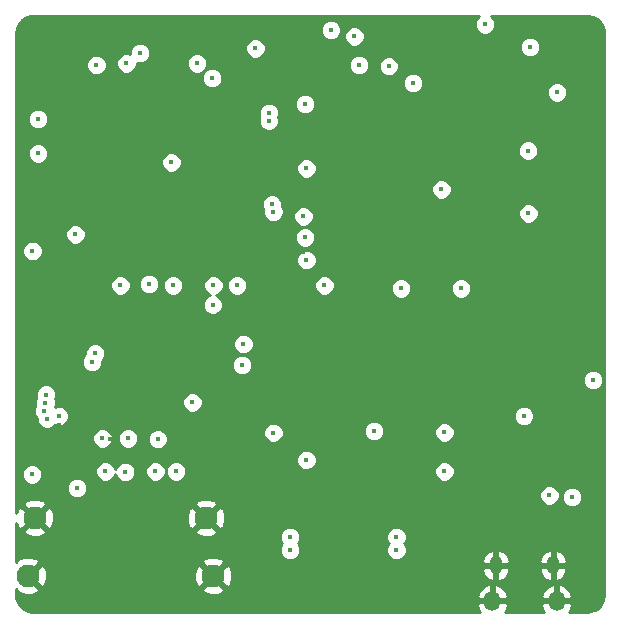
<source format=gbr>
G04 #@! TF.GenerationSoftware,KiCad,Pcbnew,(5.0.1-3-g963ef8bb5)*
G04 #@! TF.CreationDate,2020-04-18T14:55:13-02:30*
G04 #@! TF.ProjectId,graphics-card,67726170686963732D636172642E6B69,rev?*
G04 #@! TF.SameCoordinates,Original*
G04 #@! TF.FileFunction,Copper,L3,Inr,Plane*
G04 #@! TF.FilePolarity,Positive*
%FSLAX46Y46*%
G04 Gerber Fmt 4.6, Leading zero omitted, Abs format (unit mm)*
G04 Created by KiCad (PCBNEW (5.0.1-3-g963ef8bb5)) date Saturday, April 18, 2020 at 02:55:13 pm*
%MOMM*%
%LPD*%
G01*
G04 APERTURE LIST*
G04 #@! TA.AperFunction,ViaPad*
%ADD10C,1.950000*%
G04 #@! TD*
G04 #@! TA.AperFunction,ViaPad*
%ADD11O,1.100000X1.500000*%
G04 #@! TD*
G04 #@! TA.AperFunction,ViaPad*
%ADD12O,1.350000X1.700000*%
G04 #@! TD*
G04 #@! TA.AperFunction,ViaPad*
%ADD13C,3.000000*%
G04 #@! TD*
G04 #@! TA.AperFunction,ViaPad*
%ADD14C,0.450000*%
G04 #@! TD*
G04 #@! TA.AperFunction,Conductor*
%ADD15C,0.254000*%
G04 #@! TD*
G04 APERTURE END LIST*
D10*
G04 #@! TO.N,GND*
G04 #@! TO.C,J2*
X127611000Y-158316000D03*
X111911000Y-158316000D03*
X127011000Y-153416000D03*
X112511000Y-153416000D03*
G04 #@! TD*
D11*
G04 #@! TO.N,GND*
G04 #@! TO.C,J1*
X151553000Y-157436500D03*
X156393000Y-157436500D03*
D12*
X151243000Y-160436500D03*
X156703000Y-160436500D03*
G04 #@! TD*
D13*
G04 #@! TO.N,GND*
X123698000Y-140208000D03*
D14*
X131699000Y-133731000D03*
X119372082Y-143009918D03*
X145288000Y-155025000D03*
X155067000Y-149225000D03*
X136525000Y-155025000D03*
X140716000Y-147193000D03*
X127889000Y-119507000D03*
X115189000Y-115062000D03*
X137414000Y-122555000D03*
X147193000Y-133858000D03*
X125095000Y-126492000D03*
X129032000Y-130937000D03*
X118881829Y-146766831D03*
X121793000Y-154432000D03*
X159521010Y-115433990D03*
X152908000Y-141605000D03*
X145064000Y-125603000D03*
X141224000Y-115824000D03*
X153543000Y-125349000D03*
X114554000Y-145542000D03*
X128462510Y-144234350D03*
X136274279Y-134097587D03*
X142367000Y-133985000D03*
X149860000Y-112141000D03*
X135255000Y-130937000D03*
X119380000Y-128016000D03*
X121031000Y-133794500D03*
X132842000Y-140271500D03*
G04 #@! TO.N,+3V3*
X137033000Y-133731000D03*
X135382000Y-129667000D03*
X135509000Y-123825000D03*
X135382000Y-118364000D03*
X143510000Y-133985000D03*
X148590000Y-133985000D03*
X157988000Y-151638000D03*
X147193000Y-149479000D03*
X146939000Y-125603000D03*
X142480000Y-115181091D03*
X144526000Y-116586000D03*
X154305000Y-127635000D03*
X154265623Y-122320631D03*
X156083000Y-151511016D03*
X135509000Y-131572000D03*
X147193000Y-146177000D03*
G04 #@! TO.N,+1V2*
X143129000Y-156125000D03*
X143129000Y-155025000D03*
X135509000Y-148505010D03*
X112776000Y-122555000D03*
G04 #@! TO.N,/CVCC12_SII*
X117347996Y-140208000D03*
X130048000Y-140462000D03*
X127635000Y-133731000D03*
X122174000Y-133604000D03*
X119761000Y-133731000D03*
X125857000Y-143637000D03*
X127574981Y-135371182D03*
G04 #@! TO.N,/IOVCC_SII*
X117631009Y-139475009D03*
X130175000Y-138684000D03*
X129641421Y-133724606D03*
X124206000Y-133731000D03*
X141224000Y-146050000D03*
G04 #@! TO.N,/AVCC_SII*
X120396000Y-146685000D03*
X122917114Y-146753654D03*
G04 #@! TO.N,+5V*
X134112000Y-156125000D03*
X134112000Y-155025000D03*
X112318515Y-130810000D03*
X112268000Y-149732994D03*
G04 #@! TO.N,/~RESET*
X153916091Y-144787909D03*
X159766000Y-141732000D03*
X135255000Y-127889000D03*
X121412000Y-114046000D03*
X114531935Y-144792802D03*
G04 #@! TO.N,/OSC_IN*
X132587525Y-126870621D03*
X124079000Y-123317000D03*
G04 #@! TO.N,/OSC32_IN*
X127508000Y-116162011D03*
X132335538Y-119139113D03*
G04 #@! TO.N,/OSC32_OUT*
X132325421Y-119789047D03*
G04 #@! TO.N,Net-(D1-Pad1)*
X115951000Y-129413000D03*
G04 #@! TO.N,Net-(D4-Pad2)*
X150622000Y-111636020D03*
X112776000Y-119634000D03*
G04 #@! TO.N,/CSCL*
X139954000Y-115062000D03*
X126238000Y-114935000D03*
X113284000Y-144335500D03*
G04 #@! TO.N,/CSDA*
X113418516Y-143661089D03*
X139573000Y-112649000D03*
X131191000Y-113665000D03*
G04 #@! TO.N,Net-(R7-Pad1)*
X118237000Y-146685000D03*
G04 #@! TO.N,/OSC_OUT*
X132715000Y-127508000D03*
G04 #@! TO.N,/CI2CA*
X113456599Y-142972219D03*
G04 #@! TO.N,/INT_SII*
X113540321Y-145006584D03*
X137571241Y-112114076D03*
G04 #@! TO.N,/SWCLK*
X154432000Y-113538000D03*
X120269000Y-114935000D03*
G04 #@! TO.N,/SWDIO*
X156718000Y-117387000D03*
X117729000Y-115062000D03*
G04 #@! TO.N,/HPD*
X132715000Y-146203644D03*
X116078000Y-150876000D03*
G04 #@! TO.N,/CLK-*
X118491000Y-149479000D03*
G04 #@! TO.N,/CLK+*
X120173001Y-149526114D03*
G04 #@! TO.N,/D2-*
X122723000Y-149479000D03*
G04 #@! TO.N,/D2+*
X124460000Y-149479000D03*
G04 #@! TD*
D15*
G04 #@! TO.N,GND*
G36*
X149892928Y-111148869D02*
X149762000Y-111464955D01*
X149762000Y-111807085D01*
X149892928Y-112123171D01*
X150134849Y-112365092D01*
X150450935Y-112496020D01*
X150793065Y-112496020D01*
X151109151Y-112365092D01*
X151351072Y-112123171D01*
X151482000Y-111807085D01*
X151482000Y-111464955D01*
X151351072Y-111148869D01*
X151148203Y-110946000D01*
X159334419Y-110946000D01*
X159754009Y-111006090D01*
X160093352Y-111160381D01*
X160375752Y-111403712D01*
X160578506Y-111716523D01*
X160692348Y-112097184D01*
X160707000Y-112294350D01*
X160707001Y-159969412D01*
X160646910Y-160389009D01*
X160492619Y-160728352D01*
X160249288Y-161010752D01*
X159936479Y-161213506D01*
X159555815Y-161327348D01*
X159358649Y-161342000D01*
X157773385Y-161342000D01*
X157847018Y-161256259D01*
X158006673Y-160769383D01*
X157856571Y-160563500D01*
X156830000Y-160563500D01*
X156830000Y-160583500D01*
X156576000Y-160583500D01*
X156576000Y-160563500D01*
X155549429Y-160563500D01*
X155399327Y-160769383D01*
X155558982Y-161256259D01*
X155632615Y-161342000D01*
X152313385Y-161342000D01*
X152387018Y-161256259D01*
X152546673Y-160769383D01*
X152396571Y-160563500D01*
X151370000Y-160563500D01*
X151370000Y-160583500D01*
X151116000Y-160583500D01*
X151116000Y-160563500D01*
X150089429Y-160563500D01*
X149939327Y-160769383D01*
X150098982Y-161256259D01*
X150172615Y-161342000D01*
X112318581Y-161342000D01*
X111898991Y-161281910D01*
X111559648Y-161127619D01*
X111277248Y-160884288D01*
X111074494Y-160571479D01*
X110960652Y-160190815D01*
X110954173Y-160103617D01*
X149939327Y-160103617D01*
X150089429Y-160309500D01*
X151116000Y-160309500D01*
X151116000Y-159117276D01*
X151370000Y-159117276D01*
X151370000Y-160309500D01*
X152396571Y-160309500D01*
X152546673Y-160103617D01*
X155399327Y-160103617D01*
X155549429Y-160309500D01*
X156576000Y-160309500D01*
X156576000Y-159117276D01*
X156830000Y-159117276D01*
X156830000Y-160309500D01*
X157856571Y-160309500D01*
X158006673Y-160103617D01*
X157847018Y-159616741D01*
X157513196Y-159228024D01*
X157056029Y-158996644D01*
X157032400Y-158993590D01*
X156830000Y-159117276D01*
X156576000Y-159117276D01*
X156373600Y-158993590D01*
X156349971Y-158996644D01*
X155892804Y-159228024D01*
X155558982Y-159616741D01*
X155399327Y-160103617D01*
X152546673Y-160103617D01*
X152387018Y-159616741D01*
X152053196Y-159228024D01*
X151596029Y-158996644D01*
X151572400Y-158993590D01*
X151370000Y-159117276D01*
X151116000Y-159117276D01*
X150913600Y-158993590D01*
X150889971Y-158996644D01*
X150432804Y-159228024D01*
X150098982Y-159616741D01*
X149939327Y-160103617D01*
X110954173Y-160103617D01*
X110946000Y-159993649D01*
X110946000Y-159460608D01*
X110956164Y-159450444D01*
X111051763Y-159714704D01*
X111652429Y-159937049D01*
X112292461Y-159912605D01*
X112770237Y-159714704D01*
X112865837Y-159450442D01*
X126656163Y-159450442D01*
X126751763Y-159714704D01*
X127352429Y-159937049D01*
X127992461Y-159912605D01*
X128470237Y-159714704D01*
X128565837Y-159450442D01*
X127611000Y-158495605D01*
X126656163Y-159450442D01*
X112865837Y-159450442D01*
X111911000Y-158495605D01*
X111896858Y-158509748D01*
X111717253Y-158330143D01*
X111731395Y-158316000D01*
X112090605Y-158316000D01*
X113045442Y-159270837D01*
X113309704Y-159175237D01*
X113532049Y-158574571D01*
X113512299Y-158057429D01*
X125989951Y-158057429D01*
X126014395Y-158697461D01*
X126212296Y-159175237D01*
X126476558Y-159270837D01*
X127431395Y-158316000D01*
X127790605Y-158316000D01*
X128745442Y-159270837D01*
X129009704Y-159175237D01*
X129232049Y-158574571D01*
X129207605Y-157934539D01*
X129131326Y-157750383D01*
X150367320Y-157750383D01*
X150501156Y-158195454D01*
X150795125Y-158555429D01*
X151204474Y-158775506D01*
X151243256Y-158780303D01*
X151426000Y-158654861D01*
X151426000Y-157563500D01*
X151680000Y-157563500D01*
X151680000Y-158654861D01*
X151862744Y-158780303D01*
X151901526Y-158775506D01*
X152310875Y-158555429D01*
X152604844Y-158195454D01*
X152738680Y-157750383D01*
X155207320Y-157750383D01*
X155341156Y-158195454D01*
X155635125Y-158555429D01*
X156044474Y-158775506D01*
X156083256Y-158780303D01*
X156266000Y-158654861D01*
X156266000Y-157563500D01*
X156520000Y-157563500D01*
X156520000Y-158654861D01*
X156702744Y-158780303D01*
X156741526Y-158775506D01*
X157150875Y-158555429D01*
X157444844Y-158195454D01*
X157578680Y-157750383D01*
X157423148Y-157563500D01*
X156520000Y-157563500D01*
X156266000Y-157563500D01*
X155362852Y-157563500D01*
X155207320Y-157750383D01*
X152738680Y-157750383D01*
X152583148Y-157563500D01*
X151680000Y-157563500D01*
X151426000Y-157563500D01*
X150522852Y-157563500D01*
X150367320Y-157750383D01*
X129131326Y-157750383D01*
X129009704Y-157456763D01*
X128745442Y-157361163D01*
X127790605Y-158316000D01*
X127431395Y-158316000D01*
X126476558Y-157361163D01*
X126212296Y-157456763D01*
X125989951Y-158057429D01*
X113512299Y-158057429D01*
X113507605Y-157934539D01*
X113309704Y-157456763D01*
X113045442Y-157361163D01*
X112090605Y-158316000D01*
X111731395Y-158316000D01*
X111717253Y-158301858D01*
X111896858Y-158122253D01*
X111911000Y-158136395D01*
X112865837Y-157181558D01*
X126656163Y-157181558D01*
X127611000Y-158136395D01*
X128565837Y-157181558D01*
X128544515Y-157122617D01*
X150367320Y-157122617D01*
X150522852Y-157309500D01*
X151426000Y-157309500D01*
X151426000Y-156218139D01*
X151680000Y-156218139D01*
X151680000Y-157309500D01*
X152583148Y-157309500D01*
X152738680Y-157122617D01*
X155207320Y-157122617D01*
X155362852Y-157309500D01*
X156266000Y-157309500D01*
X156266000Y-156218139D01*
X156520000Y-156218139D01*
X156520000Y-157309500D01*
X157423148Y-157309500D01*
X157578680Y-157122617D01*
X157444844Y-156677546D01*
X157150875Y-156317571D01*
X156741526Y-156097494D01*
X156702744Y-156092697D01*
X156520000Y-156218139D01*
X156266000Y-156218139D01*
X156083256Y-156092697D01*
X156044474Y-156097494D01*
X155635125Y-156317571D01*
X155341156Y-156677546D01*
X155207320Y-157122617D01*
X152738680Y-157122617D01*
X152604844Y-156677546D01*
X152310875Y-156317571D01*
X151901526Y-156097494D01*
X151862744Y-156092697D01*
X151680000Y-156218139D01*
X151426000Y-156218139D01*
X151243256Y-156092697D01*
X151204474Y-156097494D01*
X150795125Y-156317571D01*
X150501156Y-156677546D01*
X150367320Y-157122617D01*
X128544515Y-157122617D01*
X128470237Y-156917296D01*
X127869571Y-156694951D01*
X127229539Y-156719395D01*
X126751763Y-156917296D01*
X126656163Y-157181558D01*
X112865837Y-157181558D01*
X112770237Y-156917296D01*
X112169571Y-156694951D01*
X111529539Y-156719395D01*
X111051763Y-156917296D01*
X110956164Y-157181556D01*
X110946000Y-157171392D01*
X110946000Y-154550442D01*
X111556163Y-154550442D01*
X111651763Y-154814704D01*
X112252429Y-155037049D01*
X112892461Y-155012605D01*
X113370237Y-154814704D01*
X113465837Y-154550442D01*
X126056163Y-154550442D01*
X126151763Y-154814704D01*
X126752429Y-155037049D01*
X127392461Y-155012605D01*
X127775524Y-154853935D01*
X133252000Y-154853935D01*
X133252000Y-155196065D01*
X133382928Y-155512151D01*
X133445777Y-155575000D01*
X133382928Y-155637849D01*
X133252000Y-155953935D01*
X133252000Y-156296065D01*
X133382928Y-156612151D01*
X133624849Y-156854072D01*
X133940935Y-156985000D01*
X134283065Y-156985000D01*
X134599151Y-156854072D01*
X134841072Y-156612151D01*
X134972000Y-156296065D01*
X134972000Y-155953935D01*
X134841072Y-155637849D01*
X134778223Y-155575000D01*
X134841072Y-155512151D01*
X134972000Y-155196065D01*
X134972000Y-154853935D01*
X142269000Y-154853935D01*
X142269000Y-155196065D01*
X142399928Y-155512151D01*
X142462777Y-155575000D01*
X142399928Y-155637849D01*
X142269000Y-155953935D01*
X142269000Y-156296065D01*
X142399928Y-156612151D01*
X142641849Y-156854072D01*
X142957935Y-156985000D01*
X143300065Y-156985000D01*
X143616151Y-156854072D01*
X143858072Y-156612151D01*
X143989000Y-156296065D01*
X143989000Y-155953935D01*
X143858072Y-155637849D01*
X143795223Y-155575000D01*
X143858072Y-155512151D01*
X143989000Y-155196065D01*
X143989000Y-154853935D01*
X143858072Y-154537849D01*
X143616151Y-154295928D01*
X143300065Y-154165000D01*
X142957935Y-154165000D01*
X142641849Y-154295928D01*
X142399928Y-154537849D01*
X142269000Y-154853935D01*
X134972000Y-154853935D01*
X134841072Y-154537849D01*
X134599151Y-154295928D01*
X134283065Y-154165000D01*
X133940935Y-154165000D01*
X133624849Y-154295928D01*
X133382928Y-154537849D01*
X133252000Y-154853935D01*
X127775524Y-154853935D01*
X127870237Y-154814704D01*
X127965837Y-154550442D01*
X127011000Y-153595605D01*
X126056163Y-154550442D01*
X113465837Y-154550442D01*
X112511000Y-153595605D01*
X111556163Y-154550442D01*
X110946000Y-154550442D01*
X110946000Y-153873762D01*
X111112296Y-154275237D01*
X111376558Y-154370837D01*
X112331395Y-153416000D01*
X112690605Y-153416000D01*
X113645442Y-154370837D01*
X113909704Y-154275237D01*
X114132049Y-153674571D01*
X114112299Y-153157429D01*
X125389951Y-153157429D01*
X125414395Y-153797461D01*
X125612296Y-154275237D01*
X125876558Y-154370837D01*
X126831395Y-153416000D01*
X127190605Y-153416000D01*
X128145442Y-154370837D01*
X128409704Y-154275237D01*
X128632049Y-153674571D01*
X128607605Y-153034539D01*
X128409704Y-152556763D01*
X128145442Y-152461163D01*
X127190605Y-153416000D01*
X126831395Y-153416000D01*
X125876558Y-152461163D01*
X125612296Y-152556763D01*
X125389951Y-153157429D01*
X114112299Y-153157429D01*
X114107605Y-153034539D01*
X113909704Y-152556763D01*
X113645442Y-152461163D01*
X112690605Y-153416000D01*
X112331395Y-153416000D01*
X111376558Y-152461163D01*
X111112296Y-152556763D01*
X110946000Y-153006012D01*
X110946000Y-152281558D01*
X111556163Y-152281558D01*
X112511000Y-153236395D01*
X113465837Y-152281558D01*
X126056163Y-152281558D01*
X127011000Y-153236395D01*
X127965837Y-152281558D01*
X127870237Y-152017296D01*
X127269571Y-151794951D01*
X126629539Y-151819395D01*
X126151763Y-152017296D01*
X126056163Y-152281558D01*
X113465837Y-152281558D01*
X113370237Y-152017296D01*
X112769571Y-151794951D01*
X112129539Y-151819395D01*
X111651763Y-152017296D01*
X111556163Y-152281558D01*
X110946000Y-152281558D01*
X110946000Y-150704935D01*
X115218000Y-150704935D01*
X115218000Y-151047065D01*
X115348928Y-151363151D01*
X115590849Y-151605072D01*
X115906935Y-151736000D01*
X116249065Y-151736000D01*
X116565151Y-151605072D01*
X116807072Y-151363151D01*
X116816681Y-151339951D01*
X155223000Y-151339951D01*
X155223000Y-151682081D01*
X155353928Y-151998167D01*
X155595849Y-152240088D01*
X155911935Y-152371016D01*
X156254065Y-152371016D01*
X156570151Y-152240088D01*
X156812072Y-151998167D01*
X156943000Y-151682081D01*
X156943000Y-151466935D01*
X157128000Y-151466935D01*
X157128000Y-151809065D01*
X157258928Y-152125151D01*
X157500849Y-152367072D01*
X157816935Y-152498000D01*
X158159065Y-152498000D01*
X158475151Y-152367072D01*
X158717072Y-152125151D01*
X158848000Y-151809065D01*
X158848000Y-151466935D01*
X158717072Y-151150849D01*
X158475151Y-150908928D01*
X158159065Y-150778000D01*
X157816935Y-150778000D01*
X157500849Y-150908928D01*
X157258928Y-151150849D01*
X157128000Y-151466935D01*
X156943000Y-151466935D01*
X156943000Y-151339951D01*
X156812072Y-151023865D01*
X156570151Y-150781944D01*
X156254065Y-150651016D01*
X155911935Y-150651016D01*
X155595849Y-150781944D01*
X155353928Y-151023865D01*
X155223000Y-151339951D01*
X116816681Y-151339951D01*
X116938000Y-151047065D01*
X116938000Y-150704935D01*
X116807072Y-150388849D01*
X116565151Y-150146928D01*
X116249065Y-150016000D01*
X115906935Y-150016000D01*
X115590849Y-150146928D01*
X115348928Y-150388849D01*
X115218000Y-150704935D01*
X110946000Y-150704935D01*
X110946000Y-149561929D01*
X111408000Y-149561929D01*
X111408000Y-149904059D01*
X111538928Y-150220145D01*
X111780849Y-150462066D01*
X112096935Y-150592994D01*
X112439065Y-150592994D01*
X112755151Y-150462066D01*
X112997072Y-150220145D01*
X113128000Y-149904059D01*
X113128000Y-149561929D01*
X113022792Y-149307935D01*
X117631000Y-149307935D01*
X117631000Y-149650065D01*
X117761928Y-149966151D01*
X118003849Y-150208072D01*
X118319935Y-150339000D01*
X118662065Y-150339000D01*
X118978151Y-150208072D01*
X119220072Y-149966151D01*
X119322243Y-149719491D01*
X119443929Y-150013265D01*
X119685850Y-150255186D01*
X120001936Y-150386114D01*
X120344066Y-150386114D01*
X120660152Y-150255186D01*
X120902073Y-150013265D01*
X121033001Y-149697179D01*
X121033001Y-149355049D01*
X121013486Y-149307935D01*
X121863000Y-149307935D01*
X121863000Y-149650065D01*
X121993928Y-149966151D01*
X122235849Y-150208072D01*
X122551935Y-150339000D01*
X122894065Y-150339000D01*
X123210151Y-150208072D01*
X123452072Y-149966151D01*
X123583000Y-149650065D01*
X123583000Y-149307935D01*
X123600000Y-149307935D01*
X123600000Y-149650065D01*
X123730928Y-149966151D01*
X123972849Y-150208072D01*
X124288935Y-150339000D01*
X124631065Y-150339000D01*
X124947151Y-150208072D01*
X125189072Y-149966151D01*
X125320000Y-149650065D01*
X125320000Y-149307935D01*
X125189072Y-148991849D01*
X124947151Y-148749928D01*
X124631065Y-148619000D01*
X124288935Y-148619000D01*
X123972849Y-148749928D01*
X123730928Y-148991849D01*
X123600000Y-149307935D01*
X123583000Y-149307935D01*
X123452072Y-148991849D01*
X123210151Y-148749928D01*
X122894065Y-148619000D01*
X122551935Y-148619000D01*
X122235849Y-148749928D01*
X121993928Y-148991849D01*
X121863000Y-149307935D01*
X121013486Y-149307935D01*
X120902073Y-149038963D01*
X120660152Y-148797042D01*
X120344066Y-148666114D01*
X120001936Y-148666114D01*
X119685850Y-148797042D01*
X119443929Y-149038963D01*
X119341758Y-149285623D01*
X119220072Y-148991849D01*
X118978151Y-148749928D01*
X118662065Y-148619000D01*
X118319935Y-148619000D01*
X118003849Y-148749928D01*
X117761928Y-148991849D01*
X117631000Y-149307935D01*
X113022792Y-149307935D01*
X112997072Y-149245843D01*
X112755151Y-149003922D01*
X112439065Y-148872994D01*
X112096935Y-148872994D01*
X111780849Y-149003922D01*
X111538928Y-149245843D01*
X111408000Y-149561929D01*
X110946000Y-149561929D01*
X110946000Y-148333945D01*
X134649000Y-148333945D01*
X134649000Y-148676075D01*
X134779928Y-148992161D01*
X135021849Y-149234082D01*
X135337935Y-149365010D01*
X135680065Y-149365010D01*
X135817855Y-149307935D01*
X146333000Y-149307935D01*
X146333000Y-149650065D01*
X146463928Y-149966151D01*
X146705849Y-150208072D01*
X147021935Y-150339000D01*
X147364065Y-150339000D01*
X147680151Y-150208072D01*
X147922072Y-149966151D01*
X148053000Y-149650065D01*
X148053000Y-149307935D01*
X147922072Y-148991849D01*
X147680151Y-148749928D01*
X147364065Y-148619000D01*
X147021935Y-148619000D01*
X146705849Y-148749928D01*
X146463928Y-148991849D01*
X146333000Y-149307935D01*
X135817855Y-149307935D01*
X135996151Y-149234082D01*
X136238072Y-148992161D01*
X136369000Y-148676075D01*
X136369000Y-148333945D01*
X136238072Y-148017859D01*
X135996151Y-147775938D01*
X135680065Y-147645010D01*
X135337935Y-147645010D01*
X135021849Y-147775938D01*
X134779928Y-148017859D01*
X134649000Y-148333945D01*
X110946000Y-148333945D01*
X110946000Y-146513935D01*
X117377000Y-146513935D01*
X117377000Y-146856065D01*
X117507928Y-147172151D01*
X117749849Y-147414072D01*
X118065935Y-147545000D01*
X118408065Y-147545000D01*
X118724151Y-147414072D01*
X118966072Y-147172151D01*
X119097000Y-146856065D01*
X119097000Y-146513935D01*
X119536000Y-146513935D01*
X119536000Y-146856065D01*
X119666928Y-147172151D01*
X119908849Y-147414072D01*
X120224935Y-147545000D01*
X120567065Y-147545000D01*
X120883151Y-147414072D01*
X121125072Y-147172151D01*
X121256000Y-146856065D01*
X121256000Y-146582589D01*
X122057114Y-146582589D01*
X122057114Y-146924719D01*
X122188042Y-147240805D01*
X122429963Y-147482726D01*
X122746049Y-147613654D01*
X123088179Y-147613654D01*
X123404265Y-147482726D01*
X123646186Y-147240805D01*
X123777114Y-146924719D01*
X123777114Y-146582589D01*
X123646186Y-146266503D01*
X123412262Y-146032579D01*
X131855000Y-146032579D01*
X131855000Y-146374709D01*
X131985928Y-146690795D01*
X132227849Y-146932716D01*
X132543935Y-147063644D01*
X132886065Y-147063644D01*
X133202151Y-146932716D01*
X133444072Y-146690795D01*
X133575000Y-146374709D01*
X133575000Y-146032579D01*
X133511359Y-145878935D01*
X140364000Y-145878935D01*
X140364000Y-146221065D01*
X140494928Y-146537151D01*
X140736849Y-146779072D01*
X141052935Y-146910000D01*
X141395065Y-146910000D01*
X141711151Y-146779072D01*
X141953072Y-146537151D01*
X142084000Y-146221065D01*
X142084000Y-146005935D01*
X146333000Y-146005935D01*
X146333000Y-146348065D01*
X146463928Y-146664151D01*
X146705849Y-146906072D01*
X147021935Y-147037000D01*
X147364065Y-147037000D01*
X147680151Y-146906072D01*
X147922072Y-146664151D01*
X148053000Y-146348065D01*
X148053000Y-146005935D01*
X147922072Y-145689849D01*
X147680151Y-145447928D01*
X147364065Y-145317000D01*
X147021935Y-145317000D01*
X146705849Y-145447928D01*
X146463928Y-145689849D01*
X146333000Y-146005935D01*
X142084000Y-146005935D01*
X142084000Y-145878935D01*
X141953072Y-145562849D01*
X141711151Y-145320928D01*
X141395065Y-145190000D01*
X141052935Y-145190000D01*
X140736849Y-145320928D01*
X140494928Y-145562849D01*
X140364000Y-145878935D01*
X133511359Y-145878935D01*
X133444072Y-145716493D01*
X133202151Y-145474572D01*
X132886065Y-145343644D01*
X132543935Y-145343644D01*
X132227849Y-145474572D01*
X131985928Y-145716493D01*
X131855000Y-146032579D01*
X123412262Y-146032579D01*
X123404265Y-146024582D01*
X123088179Y-145893654D01*
X122746049Y-145893654D01*
X122429963Y-146024582D01*
X122188042Y-146266503D01*
X122057114Y-146582589D01*
X121256000Y-146582589D01*
X121256000Y-146513935D01*
X121125072Y-146197849D01*
X120883151Y-145955928D01*
X120567065Y-145825000D01*
X120224935Y-145825000D01*
X119908849Y-145955928D01*
X119666928Y-146197849D01*
X119536000Y-146513935D01*
X119097000Y-146513935D01*
X118966072Y-146197849D01*
X118724151Y-145955928D01*
X118408065Y-145825000D01*
X118065935Y-145825000D01*
X117749849Y-145955928D01*
X117507928Y-146197849D01*
X117377000Y-146513935D01*
X110946000Y-146513935D01*
X110946000Y-144164435D01*
X112424000Y-144164435D01*
X112424000Y-144506565D01*
X112554928Y-144822651D01*
X112680321Y-144948044D01*
X112680321Y-145177649D01*
X112811249Y-145493735D01*
X113053170Y-145735656D01*
X113369256Y-145866584D01*
X113711386Y-145866584D01*
X114027472Y-145735656D01*
X114183709Y-145579419D01*
X114360870Y-145652802D01*
X114703000Y-145652802D01*
X115019086Y-145521874D01*
X115261007Y-145279953D01*
X115391935Y-144963867D01*
X115391935Y-144621737D01*
X115389909Y-144616844D01*
X153056091Y-144616844D01*
X153056091Y-144958974D01*
X153187019Y-145275060D01*
X153428940Y-145516981D01*
X153745026Y-145647909D01*
X154087156Y-145647909D01*
X154403242Y-145516981D01*
X154645163Y-145275060D01*
X154776091Y-144958974D01*
X154776091Y-144616844D01*
X154645163Y-144300758D01*
X154403242Y-144058837D01*
X154087156Y-143927909D01*
X153745026Y-143927909D01*
X153428940Y-144058837D01*
X153187019Y-144300758D01*
X153056091Y-144616844D01*
X115389909Y-144616844D01*
X115261007Y-144305651D01*
X115019086Y-144063730D01*
X114703000Y-143932802D01*
X114360870Y-143932802D01*
X114211135Y-143994825D01*
X114278516Y-143832154D01*
X114278516Y-143490024D01*
X114268538Y-143465935D01*
X124997000Y-143465935D01*
X124997000Y-143808065D01*
X125127928Y-144124151D01*
X125369849Y-144366072D01*
X125685935Y-144497000D01*
X126028065Y-144497000D01*
X126344151Y-144366072D01*
X126586072Y-144124151D01*
X126717000Y-143808065D01*
X126717000Y-143465935D01*
X126586072Y-143149849D01*
X126344151Y-142907928D01*
X126028065Y-142777000D01*
X125685935Y-142777000D01*
X125369849Y-142907928D01*
X125127928Y-143149849D01*
X124997000Y-143465935D01*
X114268538Y-143465935D01*
X114225745Y-143362624D01*
X114316599Y-143143284D01*
X114316599Y-142801154D01*
X114185671Y-142485068D01*
X113943750Y-142243147D01*
X113627664Y-142112219D01*
X113285534Y-142112219D01*
X112969448Y-142243147D01*
X112727527Y-142485068D01*
X112596599Y-142801154D01*
X112596599Y-143143284D01*
X112649370Y-143270684D01*
X112558516Y-143490024D01*
X112558516Y-143832154D01*
X112562209Y-143841068D01*
X112554928Y-143848349D01*
X112424000Y-144164435D01*
X110946000Y-144164435D01*
X110946000Y-141560935D01*
X158906000Y-141560935D01*
X158906000Y-141903065D01*
X159036928Y-142219151D01*
X159278849Y-142461072D01*
X159594935Y-142592000D01*
X159937065Y-142592000D01*
X160253151Y-142461072D01*
X160495072Y-142219151D01*
X160626000Y-141903065D01*
X160626000Y-141560935D01*
X160495072Y-141244849D01*
X160253151Y-141002928D01*
X159937065Y-140872000D01*
X159594935Y-140872000D01*
X159278849Y-141002928D01*
X159036928Y-141244849D01*
X158906000Y-141560935D01*
X110946000Y-141560935D01*
X110946000Y-140036935D01*
X116487996Y-140036935D01*
X116487996Y-140379065D01*
X116618924Y-140695151D01*
X116860845Y-140937072D01*
X117176931Y-141068000D01*
X117519061Y-141068000D01*
X117835147Y-140937072D01*
X118077068Y-140695151D01*
X118207996Y-140379065D01*
X118207996Y-140290935D01*
X129188000Y-140290935D01*
X129188000Y-140633065D01*
X129318928Y-140949151D01*
X129560849Y-141191072D01*
X129876935Y-141322000D01*
X130219065Y-141322000D01*
X130535151Y-141191072D01*
X130777072Y-140949151D01*
X130908000Y-140633065D01*
X130908000Y-140290935D01*
X130777072Y-139974849D01*
X130535151Y-139732928D01*
X130219065Y-139602000D01*
X129876935Y-139602000D01*
X129560849Y-139732928D01*
X129318928Y-139974849D01*
X129188000Y-140290935D01*
X118207996Y-140290935D01*
X118207996Y-140114245D01*
X118360081Y-139962160D01*
X118491009Y-139646074D01*
X118491009Y-139303944D01*
X118360081Y-138987858D01*
X118118160Y-138745937D01*
X117802074Y-138615009D01*
X117459944Y-138615009D01*
X117143858Y-138745937D01*
X116901937Y-138987858D01*
X116771009Y-139303944D01*
X116771009Y-139568764D01*
X116618924Y-139720849D01*
X116487996Y-140036935D01*
X110946000Y-140036935D01*
X110946000Y-138512935D01*
X129315000Y-138512935D01*
X129315000Y-138855065D01*
X129445928Y-139171151D01*
X129687849Y-139413072D01*
X130003935Y-139544000D01*
X130346065Y-139544000D01*
X130662151Y-139413072D01*
X130904072Y-139171151D01*
X131035000Y-138855065D01*
X131035000Y-138512935D01*
X130904072Y-138196849D01*
X130662151Y-137954928D01*
X130346065Y-137824000D01*
X130003935Y-137824000D01*
X129687849Y-137954928D01*
X129445928Y-138196849D01*
X129315000Y-138512935D01*
X110946000Y-138512935D01*
X110946000Y-135200117D01*
X126714981Y-135200117D01*
X126714981Y-135542247D01*
X126845909Y-135858333D01*
X127087830Y-136100254D01*
X127403916Y-136231182D01*
X127746046Y-136231182D01*
X128062132Y-136100254D01*
X128304053Y-135858333D01*
X128434981Y-135542247D01*
X128434981Y-135200117D01*
X128304053Y-134884031D01*
X128062132Y-134642110D01*
X127872404Y-134563521D01*
X128122151Y-134460072D01*
X128364072Y-134218151D01*
X128495000Y-133902065D01*
X128495000Y-133559935D01*
X128492352Y-133553541D01*
X128781421Y-133553541D01*
X128781421Y-133895671D01*
X128912349Y-134211757D01*
X129154270Y-134453678D01*
X129470356Y-134584606D01*
X129812486Y-134584606D01*
X130128572Y-134453678D01*
X130370493Y-134211757D01*
X130501421Y-133895671D01*
X130501421Y-133559935D01*
X136173000Y-133559935D01*
X136173000Y-133902065D01*
X136303928Y-134218151D01*
X136545849Y-134460072D01*
X136861935Y-134591000D01*
X137204065Y-134591000D01*
X137520151Y-134460072D01*
X137762072Y-134218151D01*
X137893000Y-133902065D01*
X137893000Y-133813935D01*
X142650000Y-133813935D01*
X142650000Y-134156065D01*
X142780928Y-134472151D01*
X143022849Y-134714072D01*
X143338935Y-134845000D01*
X143681065Y-134845000D01*
X143997151Y-134714072D01*
X144239072Y-134472151D01*
X144370000Y-134156065D01*
X144370000Y-133813935D01*
X147730000Y-133813935D01*
X147730000Y-134156065D01*
X147860928Y-134472151D01*
X148102849Y-134714072D01*
X148418935Y-134845000D01*
X148761065Y-134845000D01*
X149077151Y-134714072D01*
X149319072Y-134472151D01*
X149450000Y-134156065D01*
X149450000Y-133813935D01*
X149319072Y-133497849D01*
X149077151Y-133255928D01*
X148761065Y-133125000D01*
X148418935Y-133125000D01*
X148102849Y-133255928D01*
X147860928Y-133497849D01*
X147730000Y-133813935D01*
X144370000Y-133813935D01*
X144239072Y-133497849D01*
X143997151Y-133255928D01*
X143681065Y-133125000D01*
X143338935Y-133125000D01*
X143022849Y-133255928D01*
X142780928Y-133497849D01*
X142650000Y-133813935D01*
X137893000Y-133813935D01*
X137893000Y-133559935D01*
X137762072Y-133243849D01*
X137520151Y-133001928D01*
X137204065Y-132871000D01*
X136861935Y-132871000D01*
X136545849Y-133001928D01*
X136303928Y-133243849D01*
X136173000Y-133559935D01*
X130501421Y-133559935D01*
X130501421Y-133553541D01*
X130370493Y-133237455D01*
X130128572Y-132995534D01*
X129812486Y-132864606D01*
X129470356Y-132864606D01*
X129154270Y-132995534D01*
X128912349Y-133237455D01*
X128781421Y-133553541D01*
X128492352Y-133553541D01*
X128364072Y-133243849D01*
X128122151Y-133001928D01*
X127806065Y-132871000D01*
X127463935Y-132871000D01*
X127147849Y-133001928D01*
X126905928Y-133243849D01*
X126775000Y-133559935D01*
X126775000Y-133902065D01*
X126905928Y-134218151D01*
X127147849Y-134460072D01*
X127337577Y-134538661D01*
X127087830Y-134642110D01*
X126845909Y-134884031D01*
X126714981Y-135200117D01*
X110946000Y-135200117D01*
X110946000Y-133559935D01*
X118901000Y-133559935D01*
X118901000Y-133902065D01*
X119031928Y-134218151D01*
X119273849Y-134460072D01*
X119589935Y-134591000D01*
X119932065Y-134591000D01*
X120248151Y-134460072D01*
X120490072Y-134218151D01*
X120621000Y-133902065D01*
X120621000Y-133559935D01*
X120568395Y-133432935D01*
X121314000Y-133432935D01*
X121314000Y-133775065D01*
X121444928Y-134091151D01*
X121686849Y-134333072D01*
X122002935Y-134464000D01*
X122345065Y-134464000D01*
X122661151Y-134333072D01*
X122903072Y-134091151D01*
X123034000Y-133775065D01*
X123034000Y-133559935D01*
X123346000Y-133559935D01*
X123346000Y-133902065D01*
X123476928Y-134218151D01*
X123718849Y-134460072D01*
X124034935Y-134591000D01*
X124377065Y-134591000D01*
X124693151Y-134460072D01*
X124935072Y-134218151D01*
X125066000Y-133902065D01*
X125066000Y-133559935D01*
X124935072Y-133243849D01*
X124693151Y-133001928D01*
X124377065Y-132871000D01*
X124034935Y-132871000D01*
X123718849Y-133001928D01*
X123476928Y-133243849D01*
X123346000Y-133559935D01*
X123034000Y-133559935D01*
X123034000Y-133432935D01*
X122903072Y-133116849D01*
X122661151Y-132874928D01*
X122345065Y-132744000D01*
X122002935Y-132744000D01*
X121686849Y-132874928D01*
X121444928Y-133116849D01*
X121314000Y-133432935D01*
X120568395Y-133432935D01*
X120490072Y-133243849D01*
X120248151Y-133001928D01*
X119932065Y-132871000D01*
X119589935Y-132871000D01*
X119273849Y-133001928D01*
X119031928Y-133243849D01*
X118901000Y-133559935D01*
X110946000Y-133559935D01*
X110946000Y-130638935D01*
X111458515Y-130638935D01*
X111458515Y-130981065D01*
X111589443Y-131297151D01*
X111831364Y-131539072D01*
X112147450Y-131670000D01*
X112489580Y-131670000D01*
X112805666Y-131539072D01*
X112943803Y-131400935D01*
X134649000Y-131400935D01*
X134649000Y-131743065D01*
X134779928Y-132059151D01*
X135021849Y-132301072D01*
X135337935Y-132432000D01*
X135680065Y-132432000D01*
X135996151Y-132301072D01*
X136238072Y-132059151D01*
X136369000Y-131743065D01*
X136369000Y-131400935D01*
X136238072Y-131084849D01*
X135996151Y-130842928D01*
X135680065Y-130712000D01*
X135337935Y-130712000D01*
X135021849Y-130842928D01*
X134779928Y-131084849D01*
X134649000Y-131400935D01*
X112943803Y-131400935D01*
X113047587Y-131297151D01*
X113178515Y-130981065D01*
X113178515Y-130638935D01*
X113047587Y-130322849D01*
X112805666Y-130080928D01*
X112489580Y-129950000D01*
X112147450Y-129950000D01*
X111831364Y-130080928D01*
X111589443Y-130322849D01*
X111458515Y-130638935D01*
X110946000Y-130638935D01*
X110946000Y-129241935D01*
X115091000Y-129241935D01*
X115091000Y-129584065D01*
X115221928Y-129900151D01*
X115463849Y-130142072D01*
X115779935Y-130273000D01*
X116122065Y-130273000D01*
X116438151Y-130142072D01*
X116680072Y-129900151D01*
X116811000Y-129584065D01*
X116811000Y-129495935D01*
X134522000Y-129495935D01*
X134522000Y-129838065D01*
X134652928Y-130154151D01*
X134894849Y-130396072D01*
X135210935Y-130527000D01*
X135553065Y-130527000D01*
X135869151Y-130396072D01*
X136111072Y-130154151D01*
X136242000Y-129838065D01*
X136242000Y-129495935D01*
X136111072Y-129179849D01*
X135869151Y-128937928D01*
X135553065Y-128807000D01*
X135210935Y-128807000D01*
X134894849Y-128937928D01*
X134652928Y-129179849D01*
X134522000Y-129495935D01*
X116811000Y-129495935D01*
X116811000Y-129241935D01*
X116680072Y-128925849D01*
X116438151Y-128683928D01*
X116122065Y-128553000D01*
X115779935Y-128553000D01*
X115463849Y-128683928D01*
X115221928Y-128925849D01*
X115091000Y-129241935D01*
X110946000Y-129241935D01*
X110946000Y-126699556D01*
X131727525Y-126699556D01*
X131727525Y-127041686D01*
X131855000Y-127349436D01*
X131855000Y-127679065D01*
X131985928Y-127995151D01*
X132227849Y-128237072D01*
X132543935Y-128368000D01*
X132886065Y-128368000D01*
X133202151Y-128237072D01*
X133444072Y-127995151D01*
X133558899Y-127717935D01*
X134395000Y-127717935D01*
X134395000Y-128060065D01*
X134525928Y-128376151D01*
X134767849Y-128618072D01*
X135083935Y-128749000D01*
X135426065Y-128749000D01*
X135742151Y-128618072D01*
X135984072Y-128376151D01*
X136115000Y-128060065D01*
X136115000Y-127717935D01*
X136009790Y-127463935D01*
X153445000Y-127463935D01*
X153445000Y-127806065D01*
X153575928Y-128122151D01*
X153817849Y-128364072D01*
X154133935Y-128495000D01*
X154476065Y-128495000D01*
X154792151Y-128364072D01*
X155034072Y-128122151D01*
X155165000Y-127806065D01*
X155165000Y-127463935D01*
X155034072Y-127147849D01*
X154792151Y-126905928D01*
X154476065Y-126775000D01*
X154133935Y-126775000D01*
X153817849Y-126905928D01*
X153575928Y-127147849D01*
X153445000Y-127463935D01*
X136009790Y-127463935D01*
X135984072Y-127401849D01*
X135742151Y-127159928D01*
X135426065Y-127029000D01*
X135083935Y-127029000D01*
X134767849Y-127159928D01*
X134525928Y-127401849D01*
X134395000Y-127717935D01*
X133558899Y-127717935D01*
X133575000Y-127679065D01*
X133575000Y-127336935D01*
X133447525Y-127029185D01*
X133447525Y-126699556D01*
X133316597Y-126383470D01*
X133074676Y-126141549D01*
X132758590Y-126010621D01*
X132416460Y-126010621D01*
X132100374Y-126141549D01*
X131858453Y-126383470D01*
X131727525Y-126699556D01*
X110946000Y-126699556D01*
X110946000Y-125431935D01*
X146079000Y-125431935D01*
X146079000Y-125774065D01*
X146209928Y-126090151D01*
X146451849Y-126332072D01*
X146767935Y-126463000D01*
X147110065Y-126463000D01*
X147426151Y-126332072D01*
X147668072Y-126090151D01*
X147799000Y-125774065D01*
X147799000Y-125431935D01*
X147668072Y-125115849D01*
X147426151Y-124873928D01*
X147110065Y-124743000D01*
X146767935Y-124743000D01*
X146451849Y-124873928D01*
X146209928Y-125115849D01*
X146079000Y-125431935D01*
X110946000Y-125431935D01*
X110946000Y-122383935D01*
X111916000Y-122383935D01*
X111916000Y-122726065D01*
X112046928Y-123042151D01*
X112288849Y-123284072D01*
X112604935Y-123415000D01*
X112947065Y-123415000D01*
X113263151Y-123284072D01*
X113401288Y-123145935D01*
X123219000Y-123145935D01*
X123219000Y-123488065D01*
X123349928Y-123804151D01*
X123591849Y-124046072D01*
X123907935Y-124177000D01*
X124250065Y-124177000D01*
X124566151Y-124046072D01*
X124808072Y-123804151D01*
X124870293Y-123653935D01*
X134649000Y-123653935D01*
X134649000Y-123996065D01*
X134779928Y-124312151D01*
X135021849Y-124554072D01*
X135337935Y-124685000D01*
X135680065Y-124685000D01*
X135996151Y-124554072D01*
X136238072Y-124312151D01*
X136369000Y-123996065D01*
X136369000Y-123653935D01*
X136238072Y-123337849D01*
X135996151Y-123095928D01*
X135680065Y-122965000D01*
X135337935Y-122965000D01*
X135021849Y-123095928D01*
X134779928Y-123337849D01*
X134649000Y-123653935D01*
X124870293Y-123653935D01*
X124939000Y-123488065D01*
X124939000Y-123145935D01*
X124808072Y-122829849D01*
X124566151Y-122587928D01*
X124250065Y-122457000D01*
X123907935Y-122457000D01*
X123591849Y-122587928D01*
X123349928Y-122829849D01*
X123219000Y-123145935D01*
X113401288Y-123145935D01*
X113505072Y-123042151D01*
X113636000Y-122726065D01*
X113636000Y-122383935D01*
X113538921Y-122149566D01*
X153405623Y-122149566D01*
X153405623Y-122491696D01*
X153536551Y-122807782D01*
X153778472Y-123049703D01*
X154094558Y-123180631D01*
X154436688Y-123180631D01*
X154752774Y-123049703D01*
X154994695Y-122807782D01*
X155125623Y-122491696D01*
X155125623Y-122149566D01*
X154994695Y-121833480D01*
X154752774Y-121591559D01*
X154436688Y-121460631D01*
X154094558Y-121460631D01*
X153778472Y-121591559D01*
X153536551Y-121833480D01*
X153405623Y-122149566D01*
X113538921Y-122149566D01*
X113505072Y-122067849D01*
X113263151Y-121825928D01*
X112947065Y-121695000D01*
X112604935Y-121695000D01*
X112288849Y-121825928D01*
X112046928Y-122067849D01*
X111916000Y-122383935D01*
X110946000Y-122383935D01*
X110946000Y-119462935D01*
X111916000Y-119462935D01*
X111916000Y-119805065D01*
X112046928Y-120121151D01*
X112288849Y-120363072D01*
X112604935Y-120494000D01*
X112947065Y-120494000D01*
X113263151Y-120363072D01*
X113505072Y-120121151D01*
X113636000Y-119805065D01*
X113636000Y-119617982D01*
X131465421Y-119617982D01*
X131465421Y-119960112D01*
X131596349Y-120276198D01*
X131838270Y-120518119D01*
X132154356Y-120649047D01*
X132496486Y-120649047D01*
X132812572Y-120518119D01*
X133054493Y-120276198D01*
X133185421Y-119960112D01*
X133185421Y-119617982D01*
X133126731Y-119476292D01*
X133195538Y-119310178D01*
X133195538Y-118968048D01*
X133064610Y-118651962D01*
X132822689Y-118410041D01*
X132506603Y-118279113D01*
X132164473Y-118279113D01*
X131848387Y-118410041D01*
X131606466Y-118651962D01*
X131475538Y-118968048D01*
X131475538Y-119310178D01*
X131534228Y-119451868D01*
X131465421Y-119617982D01*
X113636000Y-119617982D01*
X113636000Y-119462935D01*
X113505072Y-119146849D01*
X113263151Y-118904928D01*
X112947065Y-118774000D01*
X112604935Y-118774000D01*
X112288849Y-118904928D01*
X112046928Y-119146849D01*
X111916000Y-119462935D01*
X110946000Y-119462935D01*
X110946000Y-118192935D01*
X134522000Y-118192935D01*
X134522000Y-118535065D01*
X134652928Y-118851151D01*
X134894849Y-119093072D01*
X135210935Y-119224000D01*
X135553065Y-119224000D01*
X135869151Y-119093072D01*
X136111072Y-118851151D01*
X136242000Y-118535065D01*
X136242000Y-118192935D01*
X136111072Y-117876849D01*
X135869151Y-117634928D01*
X135553065Y-117504000D01*
X135210935Y-117504000D01*
X134894849Y-117634928D01*
X134652928Y-117876849D01*
X134522000Y-118192935D01*
X110946000Y-118192935D01*
X110946000Y-115990946D01*
X126648000Y-115990946D01*
X126648000Y-116333076D01*
X126778928Y-116649162D01*
X127020849Y-116891083D01*
X127336935Y-117022011D01*
X127679065Y-117022011D01*
X127995151Y-116891083D01*
X128237072Y-116649162D01*
X128334092Y-116414935D01*
X143666000Y-116414935D01*
X143666000Y-116757065D01*
X143796928Y-117073151D01*
X144038849Y-117315072D01*
X144354935Y-117446000D01*
X144697065Y-117446000D01*
X145013151Y-117315072D01*
X145112288Y-117215935D01*
X155858000Y-117215935D01*
X155858000Y-117558065D01*
X155988928Y-117874151D01*
X156230849Y-118116072D01*
X156546935Y-118247000D01*
X156889065Y-118247000D01*
X157205151Y-118116072D01*
X157447072Y-117874151D01*
X157578000Y-117558065D01*
X157578000Y-117215935D01*
X157447072Y-116899849D01*
X157205151Y-116657928D01*
X156889065Y-116527000D01*
X156546935Y-116527000D01*
X156230849Y-116657928D01*
X155988928Y-116899849D01*
X155858000Y-117215935D01*
X145112288Y-117215935D01*
X145255072Y-117073151D01*
X145386000Y-116757065D01*
X145386000Y-116414935D01*
X145255072Y-116098849D01*
X145013151Y-115856928D01*
X144697065Y-115726000D01*
X144354935Y-115726000D01*
X144038849Y-115856928D01*
X143796928Y-116098849D01*
X143666000Y-116414935D01*
X128334092Y-116414935D01*
X128368000Y-116333076D01*
X128368000Y-115990946D01*
X128237072Y-115674860D01*
X127995151Y-115432939D01*
X127679065Y-115302011D01*
X127336935Y-115302011D01*
X127020849Y-115432939D01*
X126778928Y-115674860D01*
X126648000Y-115990946D01*
X110946000Y-115990946D01*
X110946000Y-114890935D01*
X116869000Y-114890935D01*
X116869000Y-115233065D01*
X116999928Y-115549151D01*
X117241849Y-115791072D01*
X117557935Y-115922000D01*
X117900065Y-115922000D01*
X118216151Y-115791072D01*
X118458072Y-115549151D01*
X118589000Y-115233065D01*
X118589000Y-114890935D01*
X118536395Y-114763935D01*
X119409000Y-114763935D01*
X119409000Y-115106065D01*
X119539928Y-115422151D01*
X119781849Y-115664072D01*
X120097935Y-115795000D01*
X120440065Y-115795000D01*
X120756151Y-115664072D01*
X120998072Y-115422151D01*
X121129000Y-115106065D01*
X121129000Y-114859635D01*
X121240935Y-114906000D01*
X121583065Y-114906000D01*
X121899151Y-114775072D01*
X121910288Y-114763935D01*
X125378000Y-114763935D01*
X125378000Y-115106065D01*
X125508928Y-115422151D01*
X125750849Y-115664072D01*
X126066935Y-115795000D01*
X126409065Y-115795000D01*
X126725151Y-115664072D01*
X126967072Y-115422151D01*
X127098000Y-115106065D01*
X127098000Y-114890935D01*
X139094000Y-114890935D01*
X139094000Y-115233065D01*
X139224928Y-115549151D01*
X139466849Y-115791072D01*
X139782935Y-115922000D01*
X140125065Y-115922000D01*
X140441151Y-115791072D01*
X140683072Y-115549151D01*
X140814000Y-115233065D01*
X140814000Y-115010026D01*
X141620000Y-115010026D01*
X141620000Y-115352156D01*
X141750928Y-115668242D01*
X141992849Y-115910163D01*
X142308935Y-116041091D01*
X142651065Y-116041091D01*
X142967151Y-115910163D01*
X143209072Y-115668242D01*
X143340000Y-115352156D01*
X143340000Y-115010026D01*
X143209072Y-114693940D01*
X142967151Y-114452019D01*
X142651065Y-114321091D01*
X142308935Y-114321091D01*
X141992849Y-114452019D01*
X141750928Y-114693940D01*
X141620000Y-115010026D01*
X140814000Y-115010026D01*
X140814000Y-114890935D01*
X140683072Y-114574849D01*
X140441151Y-114332928D01*
X140125065Y-114202000D01*
X139782935Y-114202000D01*
X139466849Y-114332928D01*
X139224928Y-114574849D01*
X139094000Y-114890935D01*
X127098000Y-114890935D01*
X127098000Y-114763935D01*
X126967072Y-114447849D01*
X126725151Y-114205928D01*
X126409065Y-114075000D01*
X126066935Y-114075000D01*
X125750849Y-114205928D01*
X125508928Y-114447849D01*
X125378000Y-114763935D01*
X121910288Y-114763935D01*
X122141072Y-114533151D01*
X122272000Y-114217065D01*
X122272000Y-113874935D01*
X122141072Y-113558849D01*
X122076158Y-113493935D01*
X130331000Y-113493935D01*
X130331000Y-113836065D01*
X130461928Y-114152151D01*
X130703849Y-114394072D01*
X131019935Y-114525000D01*
X131362065Y-114525000D01*
X131678151Y-114394072D01*
X131920072Y-114152151D01*
X132051000Y-113836065D01*
X132051000Y-113493935D01*
X131920072Y-113177849D01*
X131678151Y-112935928D01*
X131362065Y-112805000D01*
X131019935Y-112805000D01*
X130703849Y-112935928D01*
X130461928Y-113177849D01*
X130331000Y-113493935D01*
X122076158Y-113493935D01*
X121899151Y-113316928D01*
X121583065Y-113186000D01*
X121240935Y-113186000D01*
X120924849Y-113316928D01*
X120682928Y-113558849D01*
X120552000Y-113874935D01*
X120552000Y-114121365D01*
X120440065Y-114075000D01*
X120097935Y-114075000D01*
X119781849Y-114205928D01*
X119539928Y-114447849D01*
X119409000Y-114763935D01*
X118536395Y-114763935D01*
X118458072Y-114574849D01*
X118216151Y-114332928D01*
X117900065Y-114202000D01*
X117557935Y-114202000D01*
X117241849Y-114332928D01*
X116999928Y-114574849D01*
X116869000Y-114890935D01*
X110946000Y-114890935D01*
X110946000Y-112318581D01*
X110999785Y-111943011D01*
X136711241Y-111943011D01*
X136711241Y-112285141D01*
X136842169Y-112601227D01*
X137084090Y-112843148D01*
X137400176Y-112974076D01*
X137742306Y-112974076D01*
X138058392Y-112843148D01*
X138300313Y-112601227D01*
X138351382Y-112477935D01*
X138713000Y-112477935D01*
X138713000Y-112820065D01*
X138843928Y-113136151D01*
X139085849Y-113378072D01*
X139401935Y-113509000D01*
X139744065Y-113509000D01*
X140060151Y-113378072D01*
X140071288Y-113366935D01*
X153572000Y-113366935D01*
X153572000Y-113709065D01*
X153702928Y-114025151D01*
X153944849Y-114267072D01*
X154260935Y-114398000D01*
X154603065Y-114398000D01*
X154919151Y-114267072D01*
X155161072Y-114025151D01*
X155292000Y-113709065D01*
X155292000Y-113366935D01*
X155161072Y-113050849D01*
X154919151Y-112808928D01*
X154603065Y-112678000D01*
X154260935Y-112678000D01*
X153944849Y-112808928D01*
X153702928Y-113050849D01*
X153572000Y-113366935D01*
X140071288Y-113366935D01*
X140302072Y-113136151D01*
X140433000Y-112820065D01*
X140433000Y-112477935D01*
X140302072Y-112161849D01*
X140060151Y-111919928D01*
X139744065Y-111789000D01*
X139401935Y-111789000D01*
X139085849Y-111919928D01*
X138843928Y-112161849D01*
X138713000Y-112477935D01*
X138351382Y-112477935D01*
X138431241Y-112285141D01*
X138431241Y-111943011D01*
X138300313Y-111626925D01*
X138058392Y-111385004D01*
X137742306Y-111254076D01*
X137400176Y-111254076D01*
X137084090Y-111385004D01*
X136842169Y-111626925D01*
X136711241Y-111943011D01*
X110999785Y-111943011D01*
X111006090Y-111898991D01*
X111160381Y-111559648D01*
X111403712Y-111277248D01*
X111716523Y-111074494D01*
X112097184Y-110960652D01*
X112294350Y-110946000D01*
X150095797Y-110946000D01*
X149892928Y-111148869D01*
X149892928Y-111148869D01*
G37*
X149892928Y-111148869D02*
X149762000Y-111464955D01*
X149762000Y-111807085D01*
X149892928Y-112123171D01*
X150134849Y-112365092D01*
X150450935Y-112496020D01*
X150793065Y-112496020D01*
X151109151Y-112365092D01*
X151351072Y-112123171D01*
X151482000Y-111807085D01*
X151482000Y-111464955D01*
X151351072Y-111148869D01*
X151148203Y-110946000D01*
X159334419Y-110946000D01*
X159754009Y-111006090D01*
X160093352Y-111160381D01*
X160375752Y-111403712D01*
X160578506Y-111716523D01*
X160692348Y-112097184D01*
X160707000Y-112294350D01*
X160707001Y-159969412D01*
X160646910Y-160389009D01*
X160492619Y-160728352D01*
X160249288Y-161010752D01*
X159936479Y-161213506D01*
X159555815Y-161327348D01*
X159358649Y-161342000D01*
X157773385Y-161342000D01*
X157847018Y-161256259D01*
X158006673Y-160769383D01*
X157856571Y-160563500D01*
X156830000Y-160563500D01*
X156830000Y-160583500D01*
X156576000Y-160583500D01*
X156576000Y-160563500D01*
X155549429Y-160563500D01*
X155399327Y-160769383D01*
X155558982Y-161256259D01*
X155632615Y-161342000D01*
X152313385Y-161342000D01*
X152387018Y-161256259D01*
X152546673Y-160769383D01*
X152396571Y-160563500D01*
X151370000Y-160563500D01*
X151370000Y-160583500D01*
X151116000Y-160583500D01*
X151116000Y-160563500D01*
X150089429Y-160563500D01*
X149939327Y-160769383D01*
X150098982Y-161256259D01*
X150172615Y-161342000D01*
X112318581Y-161342000D01*
X111898991Y-161281910D01*
X111559648Y-161127619D01*
X111277248Y-160884288D01*
X111074494Y-160571479D01*
X110960652Y-160190815D01*
X110954173Y-160103617D01*
X149939327Y-160103617D01*
X150089429Y-160309500D01*
X151116000Y-160309500D01*
X151116000Y-159117276D01*
X151370000Y-159117276D01*
X151370000Y-160309500D01*
X152396571Y-160309500D01*
X152546673Y-160103617D01*
X155399327Y-160103617D01*
X155549429Y-160309500D01*
X156576000Y-160309500D01*
X156576000Y-159117276D01*
X156830000Y-159117276D01*
X156830000Y-160309500D01*
X157856571Y-160309500D01*
X158006673Y-160103617D01*
X157847018Y-159616741D01*
X157513196Y-159228024D01*
X157056029Y-158996644D01*
X157032400Y-158993590D01*
X156830000Y-159117276D01*
X156576000Y-159117276D01*
X156373600Y-158993590D01*
X156349971Y-158996644D01*
X155892804Y-159228024D01*
X155558982Y-159616741D01*
X155399327Y-160103617D01*
X152546673Y-160103617D01*
X152387018Y-159616741D01*
X152053196Y-159228024D01*
X151596029Y-158996644D01*
X151572400Y-158993590D01*
X151370000Y-159117276D01*
X151116000Y-159117276D01*
X150913600Y-158993590D01*
X150889971Y-158996644D01*
X150432804Y-159228024D01*
X150098982Y-159616741D01*
X149939327Y-160103617D01*
X110954173Y-160103617D01*
X110946000Y-159993649D01*
X110946000Y-159460608D01*
X110956164Y-159450444D01*
X111051763Y-159714704D01*
X111652429Y-159937049D01*
X112292461Y-159912605D01*
X112770237Y-159714704D01*
X112865837Y-159450442D01*
X126656163Y-159450442D01*
X126751763Y-159714704D01*
X127352429Y-159937049D01*
X127992461Y-159912605D01*
X128470237Y-159714704D01*
X128565837Y-159450442D01*
X127611000Y-158495605D01*
X126656163Y-159450442D01*
X112865837Y-159450442D01*
X111911000Y-158495605D01*
X111896858Y-158509748D01*
X111717253Y-158330143D01*
X111731395Y-158316000D01*
X112090605Y-158316000D01*
X113045442Y-159270837D01*
X113309704Y-159175237D01*
X113532049Y-158574571D01*
X113512299Y-158057429D01*
X125989951Y-158057429D01*
X126014395Y-158697461D01*
X126212296Y-159175237D01*
X126476558Y-159270837D01*
X127431395Y-158316000D01*
X127790605Y-158316000D01*
X128745442Y-159270837D01*
X129009704Y-159175237D01*
X129232049Y-158574571D01*
X129207605Y-157934539D01*
X129131326Y-157750383D01*
X150367320Y-157750383D01*
X150501156Y-158195454D01*
X150795125Y-158555429D01*
X151204474Y-158775506D01*
X151243256Y-158780303D01*
X151426000Y-158654861D01*
X151426000Y-157563500D01*
X151680000Y-157563500D01*
X151680000Y-158654861D01*
X151862744Y-158780303D01*
X151901526Y-158775506D01*
X152310875Y-158555429D01*
X152604844Y-158195454D01*
X152738680Y-157750383D01*
X155207320Y-157750383D01*
X155341156Y-158195454D01*
X155635125Y-158555429D01*
X156044474Y-158775506D01*
X156083256Y-158780303D01*
X156266000Y-158654861D01*
X156266000Y-157563500D01*
X156520000Y-157563500D01*
X156520000Y-158654861D01*
X156702744Y-158780303D01*
X156741526Y-158775506D01*
X157150875Y-158555429D01*
X157444844Y-158195454D01*
X157578680Y-157750383D01*
X157423148Y-157563500D01*
X156520000Y-157563500D01*
X156266000Y-157563500D01*
X155362852Y-157563500D01*
X155207320Y-157750383D01*
X152738680Y-157750383D01*
X152583148Y-157563500D01*
X151680000Y-157563500D01*
X151426000Y-157563500D01*
X150522852Y-157563500D01*
X150367320Y-157750383D01*
X129131326Y-157750383D01*
X129009704Y-157456763D01*
X128745442Y-157361163D01*
X127790605Y-158316000D01*
X127431395Y-158316000D01*
X126476558Y-157361163D01*
X126212296Y-157456763D01*
X125989951Y-158057429D01*
X113512299Y-158057429D01*
X113507605Y-157934539D01*
X113309704Y-157456763D01*
X113045442Y-157361163D01*
X112090605Y-158316000D01*
X111731395Y-158316000D01*
X111717253Y-158301858D01*
X111896858Y-158122253D01*
X111911000Y-158136395D01*
X112865837Y-157181558D01*
X126656163Y-157181558D01*
X127611000Y-158136395D01*
X128565837Y-157181558D01*
X128544515Y-157122617D01*
X150367320Y-157122617D01*
X150522852Y-157309500D01*
X151426000Y-157309500D01*
X151426000Y-156218139D01*
X151680000Y-156218139D01*
X151680000Y-157309500D01*
X152583148Y-157309500D01*
X152738680Y-157122617D01*
X155207320Y-157122617D01*
X155362852Y-157309500D01*
X156266000Y-157309500D01*
X156266000Y-156218139D01*
X156520000Y-156218139D01*
X156520000Y-157309500D01*
X157423148Y-157309500D01*
X157578680Y-157122617D01*
X157444844Y-156677546D01*
X157150875Y-156317571D01*
X156741526Y-156097494D01*
X156702744Y-156092697D01*
X156520000Y-156218139D01*
X156266000Y-156218139D01*
X156083256Y-156092697D01*
X156044474Y-156097494D01*
X155635125Y-156317571D01*
X155341156Y-156677546D01*
X155207320Y-157122617D01*
X152738680Y-157122617D01*
X152604844Y-156677546D01*
X152310875Y-156317571D01*
X151901526Y-156097494D01*
X151862744Y-156092697D01*
X151680000Y-156218139D01*
X151426000Y-156218139D01*
X151243256Y-156092697D01*
X151204474Y-156097494D01*
X150795125Y-156317571D01*
X150501156Y-156677546D01*
X150367320Y-157122617D01*
X128544515Y-157122617D01*
X128470237Y-156917296D01*
X127869571Y-156694951D01*
X127229539Y-156719395D01*
X126751763Y-156917296D01*
X126656163Y-157181558D01*
X112865837Y-157181558D01*
X112770237Y-156917296D01*
X112169571Y-156694951D01*
X111529539Y-156719395D01*
X111051763Y-156917296D01*
X110956164Y-157181556D01*
X110946000Y-157171392D01*
X110946000Y-154550442D01*
X111556163Y-154550442D01*
X111651763Y-154814704D01*
X112252429Y-155037049D01*
X112892461Y-155012605D01*
X113370237Y-154814704D01*
X113465837Y-154550442D01*
X126056163Y-154550442D01*
X126151763Y-154814704D01*
X126752429Y-155037049D01*
X127392461Y-155012605D01*
X127775524Y-154853935D01*
X133252000Y-154853935D01*
X133252000Y-155196065D01*
X133382928Y-155512151D01*
X133445777Y-155575000D01*
X133382928Y-155637849D01*
X133252000Y-155953935D01*
X133252000Y-156296065D01*
X133382928Y-156612151D01*
X133624849Y-156854072D01*
X133940935Y-156985000D01*
X134283065Y-156985000D01*
X134599151Y-156854072D01*
X134841072Y-156612151D01*
X134972000Y-156296065D01*
X134972000Y-155953935D01*
X134841072Y-155637849D01*
X134778223Y-155575000D01*
X134841072Y-155512151D01*
X134972000Y-155196065D01*
X134972000Y-154853935D01*
X142269000Y-154853935D01*
X142269000Y-155196065D01*
X142399928Y-155512151D01*
X142462777Y-155575000D01*
X142399928Y-155637849D01*
X142269000Y-155953935D01*
X142269000Y-156296065D01*
X142399928Y-156612151D01*
X142641849Y-156854072D01*
X142957935Y-156985000D01*
X143300065Y-156985000D01*
X143616151Y-156854072D01*
X143858072Y-156612151D01*
X143989000Y-156296065D01*
X143989000Y-155953935D01*
X143858072Y-155637849D01*
X143795223Y-155575000D01*
X143858072Y-155512151D01*
X143989000Y-155196065D01*
X143989000Y-154853935D01*
X143858072Y-154537849D01*
X143616151Y-154295928D01*
X143300065Y-154165000D01*
X142957935Y-154165000D01*
X142641849Y-154295928D01*
X142399928Y-154537849D01*
X142269000Y-154853935D01*
X134972000Y-154853935D01*
X134841072Y-154537849D01*
X134599151Y-154295928D01*
X134283065Y-154165000D01*
X133940935Y-154165000D01*
X133624849Y-154295928D01*
X133382928Y-154537849D01*
X133252000Y-154853935D01*
X127775524Y-154853935D01*
X127870237Y-154814704D01*
X127965837Y-154550442D01*
X127011000Y-153595605D01*
X126056163Y-154550442D01*
X113465837Y-154550442D01*
X112511000Y-153595605D01*
X111556163Y-154550442D01*
X110946000Y-154550442D01*
X110946000Y-153873762D01*
X111112296Y-154275237D01*
X111376558Y-154370837D01*
X112331395Y-153416000D01*
X112690605Y-153416000D01*
X113645442Y-154370837D01*
X113909704Y-154275237D01*
X114132049Y-153674571D01*
X114112299Y-153157429D01*
X125389951Y-153157429D01*
X125414395Y-153797461D01*
X125612296Y-154275237D01*
X125876558Y-154370837D01*
X126831395Y-153416000D01*
X127190605Y-153416000D01*
X128145442Y-154370837D01*
X128409704Y-154275237D01*
X128632049Y-153674571D01*
X128607605Y-153034539D01*
X128409704Y-152556763D01*
X128145442Y-152461163D01*
X127190605Y-153416000D01*
X126831395Y-153416000D01*
X125876558Y-152461163D01*
X125612296Y-152556763D01*
X125389951Y-153157429D01*
X114112299Y-153157429D01*
X114107605Y-153034539D01*
X113909704Y-152556763D01*
X113645442Y-152461163D01*
X112690605Y-153416000D01*
X112331395Y-153416000D01*
X111376558Y-152461163D01*
X111112296Y-152556763D01*
X110946000Y-153006012D01*
X110946000Y-152281558D01*
X111556163Y-152281558D01*
X112511000Y-153236395D01*
X113465837Y-152281558D01*
X126056163Y-152281558D01*
X127011000Y-153236395D01*
X127965837Y-152281558D01*
X127870237Y-152017296D01*
X127269571Y-151794951D01*
X126629539Y-151819395D01*
X126151763Y-152017296D01*
X126056163Y-152281558D01*
X113465837Y-152281558D01*
X113370237Y-152017296D01*
X112769571Y-151794951D01*
X112129539Y-151819395D01*
X111651763Y-152017296D01*
X111556163Y-152281558D01*
X110946000Y-152281558D01*
X110946000Y-150704935D01*
X115218000Y-150704935D01*
X115218000Y-151047065D01*
X115348928Y-151363151D01*
X115590849Y-151605072D01*
X115906935Y-151736000D01*
X116249065Y-151736000D01*
X116565151Y-151605072D01*
X116807072Y-151363151D01*
X116816681Y-151339951D01*
X155223000Y-151339951D01*
X155223000Y-151682081D01*
X155353928Y-151998167D01*
X155595849Y-152240088D01*
X155911935Y-152371016D01*
X156254065Y-152371016D01*
X156570151Y-152240088D01*
X156812072Y-151998167D01*
X156943000Y-151682081D01*
X156943000Y-151466935D01*
X157128000Y-151466935D01*
X157128000Y-151809065D01*
X157258928Y-152125151D01*
X157500849Y-152367072D01*
X157816935Y-152498000D01*
X158159065Y-152498000D01*
X158475151Y-152367072D01*
X158717072Y-152125151D01*
X158848000Y-151809065D01*
X158848000Y-151466935D01*
X158717072Y-151150849D01*
X158475151Y-150908928D01*
X158159065Y-150778000D01*
X157816935Y-150778000D01*
X157500849Y-150908928D01*
X157258928Y-151150849D01*
X157128000Y-151466935D01*
X156943000Y-151466935D01*
X156943000Y-151339951D01*
X156812072Y-151023865D01*
X156570151Y-150781944D01*
X156254065Y-150651016D01*
X155911935Y-150651016D01*
X155595849Y-150781944D01*
X155353928Y-151023865D01*
X155223000Y-151339951D01*
X116816681Y-151339951D01*
X116938000Y-151047065D01*
X116938000Y-150704935D01*
X116807072Y-150388849D01*
X116565151Y-150146928D01*
X116249065Y-150016000D01*
X115906935Y-150016000D01*
X115590849Y-150146928D01*
X115348928Y-150388849D01*
X115218000Y-150704935D01*
X110946000Y-150704935D01*
X110946000Y-149561929D01*
X111408000Y-149561929D01*
X111408000Y-149904059D01*
X111538928Y-150220145D01*
X111780849Y-150462066D01*
X112096935Y-150592994D01*
X112439065Y-150592994D01*
X112755151Y-150462066D01*
X112997072Y-150220145D01*
X113128000Y-149904059D01*
X113128000Y-149561929D01*
X113022792Y-149307935D01*
X117631000Y-149307935D01*
X117631000Y-149650065D01*
X117761928Y-149966151D01*
X118003849Y-150208072D01*
X118319935Y-150339000D01*
X118662065Y-150339000D01*
X118978151Y-150208072D01*
X119220072Y-149966151D01*
X119322243Y-149719491D01*
X119443929Y-150013265D01*
X119685850Y-150255186D01*
X120001936Y-150386114D01*
X120344066Y-150386114D01*
X120660152Y-150255186D01*
X120902073Y-150013265D01*
X121033001Y-149697179D01*
X121033001Y-149355049D01*
X121013486Y-149307935D01*
X121863000Y-149307935D01*
X121863000Y-149650065D01*
X121993928Y-149966151D01*
X122235849Y-150208072D01*
X122551935Y-150339000D01*
X122894065Y-150339000D01*
X123210151Y-150208072D01*
X123452072Y-149966151D01*
X123583000Y-149650065D01*
X123583000Y-149307935D01*
X123600000Y-149307935D01*
X123600000Y-149650065D01*
X123730928Y-149966151D01*
X123972849Y-150208072D01*
X124288935Y-150339000D01*
X124631065Y-150339000D01*
X124947151Y-150208072D01*
X125189072Y-149966151D01*
X125320000Y-149650065D01*
X125320000Y-149307935D01*
X125189072Y-148991849D01*
X124947151Y-148749928D01*
X124631065Y-148619000D01*
X124288935Y-148619000D01*
X123972849Y-148749928D01*
X123730928Y-148991849D01*
X123600000Y-149307935D01*
X123583000Y-149307935D01*
X123452072Y-148991849D01*
X123210151Y-148749928D01*
X122894065Y-148619000D01*
X122551935Y-148619000D01*
X122235849Y-148749928D01*
X121993928Y-148991849D01*
X121863000Y-149307935D01*
X121013486Y-149307935D01*
X120902073Y-149038963D01*
X120660152Y-148797042D01*
X120344066Y-148666114D01*
X120001936Y-148666114D01*
X119685850Y-148797042D01*
X119443929Y-149038963D01*
X119341758Y-149285623D01*
X119220072Y-148991849D01*
X118978151Y-148749928D01*
X118662065Y-148619000D01*
X118319935Y-148619000D01*
X118003849Y-148749928D01*
X117761928Y-148991849D01*
X117631000Y-149307935D01*
X113022792Y-149307935D01*
X112997072Y-149245843D01*
X112755151Y-149003922D01*
X112439065Y-148872994D01*
X112096935Y-148872994D01*
X111780849Y-149003922D01*
X111538928Y-149245843D01*
X111408000Y-149561929D01*
X110946000Y-149561929D01*
X110946000Y-148333945D01*
X134649000Y-148333945D01*
X134649000Y-148676075D01*
X134779928Y-148992161D01*
X135021849Y-149234082D01*
X135337935Y-149365010D01*
X135680065Y-149365010D01*
X135817855Y-149307935D01*
X146333000Y-149307935D01*
X146333000Y-149650065D01*
X146463928Y-149966151D01*
X146705849Y-150208072D01*
X147021935Y-150339000D01*
X147364065Y-150339000D01*
X147680151Y-150208072D01*
X147922072Y-149966151D01*
X148053000Y-149650065D01*
X148053000Y-149307935D01*
X147922072Y-148991849D01*
X147680151Y-148749928D01*
X147364065Y-148619000D01*
X147021935Y-148619000D01*
X146705849Y-148749928D01*
X146463928Y-148991849D01*
X146333000Y-149307935D01*
X135817855Y-149307935D01*
X135996151Y-149234082D01*
X136238072Y-148992161D01*
X136369000Y-148676075D01*
X136369000Y-148333945D01*
X136238072Y-148017859D01*
X135996151Y-147775938D01*
X135680065Y-147645010D01*
X135337935Y-147645010D01*
X135021849Y-147775938D01*
X134779928Y-148017859D01*
X134649000Y-148333945D01*
X110946000Y-148333945D01*
X110946000Y-146513935D01*
X117377000Y-146513935D01*
X117377000Y-146856065D01*
X117507928Y-147172151D01*
X117749849Y-147414072D01*
X118065935Y-147545000D01*
X118408065Y-147545000D01*
X118724151Y-147414072D01*
X118966072Y-147172151D01*
X119097000Y-146856065D01*
X119097000Y-146513935D01*
X119536000Y-146513935D01*
X119536000Y-146856065D01*
X119666928Y-147172151D01*
X119908849Y-147414072D01*
X120224935Y-147545000D01*
X120567065Y-147545000D01*
X120883151Y-147414072D01*
X121125072Y-147172151D01*
X121256000Y-146856065D01*
X121256000Y-146582589D01*
X122057114Y-146582589D01*
X122057114Y-146924719D01*
X122188042Y-147240805D01*
X122429963Y-147482726D01*
X122746049Y-147613654D01*
X123088179Y-147613654D01*
X123404265Y-147482726D01*
X123646186Y-147240805D01*
X123777114Y-146924719D01*
X123777114Y-146582589D01*
X123646186Y-146266503D01*
X123412262Y-146032579D01*
X131855000Y-146032579D01*
X131855000Y-146374709D01*
X131985928Y-146690795D01*
X132227849Y-146932716D01*
X132543935Y-147063644D01*
X132886065Y-147063644D01*
X133202151Y-146932716D01*
X133444072Y-146690795D01*
X133575000Y-146374709D01*
X133575000Y-146032579D01*
X133511359Y-145878935D01*
X140364000Y-145878935D01*
X140364000Y-146221065D01*
X140494928Y-146537151D01*
X140736849Y-146779072D01*
X141052935Y-146910000D01*
X141395065Y-146910000D01*
X141711151Y-146779072D01*
X141953072Y-146537151D01*
X142084000Y-146221065D01*
X142084000Y-146005935D01*
X146333000Y-146005935D01*
X146333000Y-146348065D01*
X146463928Y-146664151D01*
X146705849Y-146906072D01*
X147021935Y-147037000D01*
X147364065Y-147037000D01*
X147680151Y-146906072D01*
X147922072Y-146664151D01*
X148053000Y-146348065D01*
X148053000Y-146005935D01*
X147922072Y-145689849D01*
X147680151Y-145447928D01*
X147364065Y-145317000D01*
X147021935Y-145317000D01*
X146705849Y-145447928D01*
X146463928Y-145689849D01*
X146333000Y-146005935D01*
X142084000Y-146005935D01*
X142084000Y-145878935D01*
X141953072Y-145562849D01*
X141711151Y-145320928D01*
X141395065Y-145190000D01*
X141052935Y-145190000D01*
X140736849Y-145320928D01*
X140494928Y-145562849D01*
X140364000Y-145878935D01*
X133511359Y-145878935D01*
X133444072Y-145716493D01*
X133202151Y-145474572D01*
X132886065Y-145343644D01*
X132543935Y-145343644D01*
X132227849Y-145474572D01*
X131985928Y-145716493D01*
X131855000Y-146032579D01*
X123412262Y-146032579D01*
X123404265Y-146024582D01*
X123088179Y-145893654D01*
X122746049Y-145893654D01*
X122429963Y-146024582D01*
X122188042Y-146266503D01*
X122057114Y-146582589D01*
X121256000Y-146582589D01*
X121256000Y-146513935D01*
X121125072Y-146197849D01*
X120883151Y-145955928D01*
X120567065Y-145825000D01*
X120224935Y-145825000D01*
X119908849Y-145955928D01*
X119666928Y-146197849D01*
X119536000Y-146513935D01*
X119097000Y-146513935D01*
X118966072Y-146197849D01*
X118724151Y-145955928D01*
X118408065Y-145825000D01*
X118065935Y-145825000D01*
X117749849Y-145955928D01*
X117507928Y-146197849D01*
X117377000Y-146513935D01*
X110946000Y-146513935D01*
X110946000Y-144164435D01*
X112424000Y-144164435D01*
X112424000Y-144506565D01*
X112554928Y-144822651D01*
X112680321Y-144948044D01*
X112680321Y-145177649D01*
X112811249Y-145493735D01*
X113053170Y-145735656D01*
X113369256Y-145866584D01*
X113711386Y-145866584D01*
X114027472Y-145735656D01*
X114183709Y-145579419D01*
X114360870Y-145652802D01*
X114703000Y-145652802D01*
X115019086Y-145521874D01*
X115261007Y-145279953D01*
X115391935Y-144963867D01*
X115391935Y-144621737D01*
X115389909Y-144616844D01*
X153056091Y-144616844D01*
X153056091Y-144958974D01*
X153187019Y-145275060D01*
X153428940Y-145516981D01*
X153745026Y-145647909D01*
X154087156Y-145647909D01*
X154403242Y-145516981D01*
X154645163Y-145275060D01*
X154776091Y-144958974D01*
X154776091Y-144616844D01*
X154645163Y-144300758D01*
X154403242Y-144058837D01*
X154087156Y-143927909D01*
X153745026Y-143927909D01*
X153428940Y-144058837D01*
X153187019Y-144300758D01*
X153056091Y-144616844D01*
X115389909Y-144616844D01*
X115261007Y-144305651D01*
X115019086Y-144063730D01*
X114703000Y-143932802D01*
X114360870Y-143932802D01*
X114211135Y-143994825D01*
X114278516Y-143832154D01*
X114278516Y-143490024D01*
X114268538Y-143465935D01*
X124997000Y-143465935D01*
X124997000Y-143808065D01*
X125127928Y-144124151D01*
X125369849Y-144366072D01*
X125685935Y-144497000D01*
X126028065Y-144497000D01*
X126344151Y-144366072D01*
X126586072Y-144124151D01*
X126717000Y-143808065D01*
X126717000Y-143465935D01*
X126586072Y-143149849D01*
X126344151Y-142907928D01*
X126028065Y-142777000D01*
X125685935Y-142777000D01*
X125369849Y-142907928D01*
X125127928Y-143149849D01*
X124997000Y-143465935D01*
X114268538Y-143465935D01*
X114225745Y-143362624D01*
X114316599Y-143143284D01*
X114316599Y-142801154D01*
X114185671Y-142485068D01*
X113943750Y-142243147D01*
X113627664Y-142112219D01*
X113285534Y-142112219D01*
X112969448Y-142243147D01*
X112727527Y-142485068D01*
X112596599Y-142801154D01*
X112596599Y-143143284D01*
X112649370Y-143270684D01*
X112558516Y-143490024D01*
X112558516Y-143832154D01*
X112562209Y-143841068D01*
X112554928Y-143848349D01*
X112424000Y-144164435D01*
X110946000Y-144164435D01*
X110946000Y-141560935D01*
X158906000Y-141560935D01*
X158906000Y-141903065D01*
X159036928Y-142219151D01*
X159278849Y-142461072D01*
X159594935Y-142592000D01*
X159937065Y-142592000D01*
X160253151Y-142461072D01*
X160495072Y-142219151D01*
X160626000Y-141903065D01*
X160626000Y-141560935D01*
X160495072Y-141244849D01*
X160253151Y-141002928D01*
X159937065Y-140872000D01*
X159594935Y-140872000D01*
X159278849Y-141002928D01*
X159036928Y-141244849D01*
X158906000Y-141560935D01*
X110946000Y-141560935D01*
X110946000Y-140036935D01*
X116487996Y-140036935D01*
X116487996Y-140379065D01*
X116618924Y-140695151D01*
X116860845Y-140937072D01*
X117176931Y-141068000D01*
X117519061Y-141068000D01*
X117835147Y-140937072D01*
X118077068Y-140695151D01*
X118207996Y-140379065D01*
X118207996Y-140290935D01*
X129188000Y-140290935D01*
X129188000Y-140633065D01*
X129318928Y-140949151D01*
X129560849Y-141191072D01*
X129876935Y-141322000D01*
X130219065Y-141322000D01*
X130535151Y-141191072D01*
X130777072Y-140949151D01*
X130908000Y-140633065D01*
X130908000Y-140290935D01*
X130777072Y-139974849D01*
X130535151Y-139732928D01*
X130219065Y-139602000D01*
X129876935Y-139602000D01*
X129560849Y-139732928D01*
X129318928Y-139974849D01*
X129188000Y-140290935D01*
X118207996Y-140290935D01*
X118207996Y-140114245D01*
X118360081Y-139962160D01*
X118491009Y-139646074D01*
X118491009Y-139303944D01*
X118360081Y-138987858D01*
X118118160Y-138745937D01*
X117802074Y-138615009D01*
X117459944Y-138615009D01*
X117143858Y-138745937D01*
X116901937Y-138987858D01*
X116771009Y-139303944D01*
X116771009Y-139568764D01*
X116618924Y-139720849D01*
X116487996Y-140036935D01*
X110946000Y-140036935D01*
X110946000Y-138512935D01*
X129315000Y-138512935D01*
X129315000Y-138855065D01*
X129445928Y-139171151D01*
X129687849Y-139413072D01*
X130003935Y-139544000D01*
X130346065Y-139544000D01*
X130662151Y-139413072D01*
X130904072Y-139171151D01*
X131035000Y-138855065D01*
X131035000Y-138512935D01*
X130904072Y-138196849D01*
X130662151Y-137954928D01*
X130346065Y-137824000D01*
X130003935Y-137824000D01*
X129687849Y-137954928D01*
X129445928Y-138196849D01*
X129315000Y-138512935D01*
X110946000Y-138512935D01*
X110946000Y-135200117D01*
X126714981Y-135200117D01*
X126714981Y-135542247D01*
X126845909Y-135858333D01*
X127087830Y-136100254D01*
X127403916Y-136231182D01*
X127746046Y-136231182D01*
X128062132Y-136100254D01*
X128304053Y-135858333D01*
X128434981Y-135542247D01*
X128434981Y-135200117D01*
X128304053Y-134884031D01*
X128062132Y-134642110D01*
X127872404Y-134563521D01*
X128122151Y-134460072D01*
X128364072Y-134218151D01*
X128495000Y-133902065D01*
X128495000Y-133559935D01*
X128492352Y-133553541D01*
X128781421Y-133553541D01*
X128781421Y-133895671D01*
X128912349Y-134211757D01*
X129154270Y-134453678D01*
X129470356Y-134584606D01*
X129812486Y-134584606D01*
X130128572Y-134453678D01*
X130370493Y-134211757D01*
X130501421Y-133895671D01*
X130501421Y-133559935D01*
X136173000Y-133559935D01*
X136173000Y-133902065D01*
X136303928Y-134218151D01*
X136545849Y-134460072D01*
X136861935Y-134591000D01*
X137204065Y-134591000D01*
X137520151Y-134460072D01*
X137762072Y-134218151D01*
X137893000Y-133902065D01*
X137893000Y-133813935D01*
X142650000Y-133813935D01*
X142650000Y-134156065D01*
X142780928Y-134472151D01*
X143022849Y-134714072D01*
X143338935Y-134845000D01*
X143681065Y-134845000D01*
X143997151Y-134714072D01*
X144239072Y-134472151D01*
X144370000Y-134156065D01*
X144370000Y-133813935D01*
X147730000Y-133813935D01*
X147730000Y-134156065D01*
X147860928Y-134472151D01*
X148102849Y-134714072D01*
X148418935Y-134845000D01*
X148761065Y-134845000D01*
X149077151Y-134714072D01*
X149319072Y-134472151D01*
X149450000Y-134156065D01*
X149450000Y-133813935D01*
X149319072Y-133497849D01*
X149077151Y-133255928D01*
X148761065Y-133125000D01*
X148418935Y-133125000D01*
X148102849Y-133255928D01*
X147860928Y-133497849D01*
X147730000Y-133813935D01*
X144370000Y-133813935D01*
X144239072Y-133497849D01*
X143997151Y-133255928D01*
X143681065Y-133125000D01*
X143338935Y-133125000D01*
X143022849Y-133255928D01*
X142780928Y-133497849D01*
X142650000Y-133813935D01*
X137893000Y-133813935D01*
X137893000Y-133559935D01*
X137762072Y-133243849D01*
X137520151Y-133001928D01*
X137204065Y-132871000D01*
X136861935Y-132871000D01*
X136545849Y-133001928D01*
X136303928Y-133243849D01*
X136173000Y-133559935D01*
X130501421Y-133559935D01*
X130501421Y-133553541D01*
X130370493Y-133237455D01*
X130128572Y-132995534D01*
X129812486Y-132864606D01*
X129470356Y-132864606D01*
X129154270Y-132995534D01*
X128912349Y-133237455D01*
X128781421Y-133553541D01*
X128492352Y-133553541D01*
X128364072Y-133243849D01*
X128122151Y-133001928D01*
X127806065Y-132871000D01*
X127463935Y-132871000D01*
X127147849Y-133001928D01*
X126905928Y-133243849D01*
X126775000Y-133559935D01*
X126775000Y-133902065D01*
X126905928Y-134218151D01*
X127147849Y-134460072D01*
X127337577Y-134538661D01*
X127087830Y-134642110D01*
X126845909Y-134884031D01*
X126714981Y-135200117D01*
X110946000Y-135200117D01*
X110946000Y-133559935D01*
X118901000Y-133559935D01*
X118901000Y-133902065D01*
X119031928Y-134218151D01*
X119273849Y-134460072D01*
X119589935Y-134591000D01*
X119932065Y-134591000D01*
X120248151Y-134460072D01*
X120490072Y-134218151D01*
X120621000Y-133902065D01*
X120621000Y-133559935D01*
X120568395Y-133432935D01*
X121314000Y-133432935D01*
X121314000Y-133775065D01*
X121444928Y-134091151D01*
X121686849Y-134333072D01*
X122002935Y-134464000D01*
X122345065Y-134464000D01*
X122661151Y-134333072D01*
X122903072Y-134091151D01*
X123034000Y-133775065D01*
X123034000Y-133559935D01*
X123346000Y-133559935D01*
X123346000Y-133902065D01*
X123476928Y-134218151D01*
X123718849Y-134460072D01*
X124034935Y-134591000D01*
X124377065Y-134591000D01*
X124693151Y-134460072D01*
X124935072Y-134218151D01*
X125066000Y-133902065D01*
X125066000Y-133559935D01*
X124935072Y-133243849D01*
X124693151Y-133001928D01*
X124377065Y-132871000D01*
X124034935Y-132871000D01*
X123718849Y-133001928D01*
X123476928Y-133243849D01*
X123346000Y-133559935D01*
X123034000Y-133559935D01*
X123034000Y-133432935D01*
X122903072Y-133116849D01*
X122661151Y-132874928D01*
X122345065Y-132744000D01*
X122002935Y-132744000D01*
X121686849Y-132874928D01*
X121444928Y-133116849D01*
X121314000Y-133432935D01*
X120568395Y-133432935D01*
X120490072Y-133243849D01*
X120248151Y-133001928D01*
X119932065Y-132871000D01*
X119589935Y-132871000D01*
X119273849Y-133001928D01*
X119031928Y-133243849D01*
X118901000Y-133559935D01*
X110946000Y-133559935D01*
X110946000Y-130638935D01*
X111458515Y-130638935D01*
X111458515Y-130981065D01*
X111589443Y-131297151D01*
X111831364Y-131539072D01*
X112147450Y-131670000D01*
X112489580Y-131670000D01*
X112805666Y-131539072D01*
X112943803Y-131400935D01*
X134649000Y-131400935D01*
X134649000Y-131743065D01*
X134779928Y-132059151D01*
X135021849Y-132301072D01*
X135337935Y-132432000D01*
X135680065Y-132432000D01*
X135996151Y-132301072D01*
X136238072Y-132059151D01*
X136369000Y-131743065D01*
X136369000Y-131400935D01*
X136238072Y-131084849D01*
X135996151Y-130842928D01*
X135680065Y-130712000D01*
X135337935Y-130712000D01*
X135021849Y-130842928D01*
X134779928Y-131084849D01*
X134649000Y-131400935D01*
X112943803Y-131400935D01*
X113047587Y-131297151D01*
X113178515Y-130981065D01*
X113178515Y-130638935D01*
X113047587Y-130322849D01*
X112805666Y-130080928D01*
X112489580Y-129950000D01*
X112147450Y-129950000D01*
X111831364Y-130080928D01*
X111589443Y-130322849D01*
X111458515Y-130638935D01*
X110946000Y-130638935D01*
X110946000Y-129241935D01*
X115091000Y-129241935D01*
X115091000Y-129584065D01*
X115221928Y-129900151D01*
X115463849Y-130142072D01*
X115779935Y-130273000D01*
X116122065Y-130273000D01*
X116438151Y-130142072D01*
X116680072Y-129900151D01*
X116811000Y-129584065D01*
X116811000Y-129495935D01*
X134522000Y-129495935D01*
X134522000Y-129838065D01*
X134652928Y-130154151D01*
X134894849Y-130396072D01*
X135210935Y-130527000D01*
X135553065Y-130527000D01*
X135869151Y-130396072D01*
X136111072Y-130154151D01*
X136242000Y-129838065D01*
X136242000Y-129495935D01*
X136111072Y-129179849D01*
X135869151Y-128937928D01*
X135553065Y-128807000D01*
X135210935Y-128807000D01*
X134894849Y-128937928D01*
X134652928Y-129179849D01*
X134522000Y-129495935D01*
X116811000Y-129495935D01*
X116811000Y-129241935D01*
X116680072Y-128925849D01*
X116438151Y-128683928D01*
X116122065Y-128553000D01*
X115779935Y-128553000D01*
X115463849Y-128683928D01*
X115221928Y-128925849D01*
X115091000Y-129241935D01*
X110946000Y-129241935D01*
X110946000Y-126699556D01*
X131727525Y-126699556D01*
X131727525Y-127041686D01*
X131855000Y-127349436D01*
X131855000Y-127679065D01*
X131985928Y-127995151D01*
X132227849Y-128237072D01*
X132543935Y-128368000D01*
X132886065Y-128368000D01*
X133202151Y-128237072D01*
X133444072Y-127995151D01*
X133558899Y-127717935D01*
X134395000Y-127717935D01*
X134395000Y-128060065D01*
X134525928Y-128376151D01*
X134767849Y-128618072D01*
X135083935Y-128749000D01*
X135426065Y-128749000D01*
X135742151Y-128618072D01*
X135984072Y-128376151D01*
X136115000Y-128060065D01*
X136115000Y-127717935D01*
X136009790Y-127463935D01*
X153445000Y-127463935D01*
X153445000Y-127806065D01*
X153575928Y-128122151D01*
X153817849Y-128364072D01*
X154133935Y-128495000D01*
X154476065Y-128495000D01*
X154792151Y-128364072D01*
X155034072Y-128122151D01*
X155165000Y-127806065D01*
X155165000Y-127463935D01*
X155034072Y-127147849D01*
X154792151Y-126905928D01*
X154476065Y-126775000D01*
X154133935Y-126775000D01*
X153817849Y-126905928D01*
X153575928Y-127147849D01*
X153445000Y-127463935D01*
X136009790Y-127463935D01*
X135984072Y-127401849D01*
X135742151Y-127159928D01*
X135426065Y-127029000D01*
X135083935Y-127029000D01*
X134767849Y-127159928D01*
X134525928Y-127401849D01*
X134395000Y-127717935D01*
X133558899Y-127717935D01*
X133575000Y-127679065D01*
X133575000Y-127336935D01*
X133447525Y-127029185D01*
X133447525Y-126699556D01*
X133316597Y-126383470D01*
X133074676Y-126141549D01*
X132758590Y-126010621D01*
X132416460Y-126010621D01*
X132100374Y-126141549D01*
X131858453Y-126383470D01*
X131727525Y-126699556D01*
X110946000Y-126699556D01*
X110946000Y-125431935D01*
X146079000Y-125431935D01*
X146079000Y-125774065D01*
X146209928Y-126090151D01*
X146451849Y-126332072D01*
X146767935Y-126463000D01*
X147110065Y-126463000D01*
X147426151Y-126332072D01*
X147668072Y-126090151D01*
X147799000Y-125774065D01*
X147799000Y-125431935D01*
X147668072Y-125115849D01*
X147426151Y-124873928D01*
X147110065Y-124743000D01*
X146767935Y-124743000D01*
X146451849Y-124873928D01*
X146209928Y-125115849D01*
X146079000Y-125431935D01*
X110946000Y-125431935D01*
X110946000Y-122383935D01*
X111916000Y-122383935D01*
X111916000Y-122726065D01*
X112046928Y-123042151D01*
X112288849Y-123284072D01*
X112604935Y-123415000D01*
X112947065Y-123415000D01*
X113263151Y-123284072D01*
X113401288Y-123145935D01*
X123219000Y-123145935D01*
X123219000Y-123488065D01*
X123349928Y-123804151D01*
X123591849Y-124046072D01*
X123907935Y-124177000D01*
X124250065Y-124177000D01*
X124566151Y-124046072D01*
X124808072Y-123804151D01*
X124870293Y-123653935D01*
X134649000Y-123653935D01*
X134649000Y-123996065D01*
X134779928Y-124312151D01*
X135021849Y-124554072D01*
X135337935Y-124685000D01*
X135680065Y-124685000D01*
X135996151Y-124554072D01*
X136238072Y-124312151D01*
X136369000Y-123996065D01*
X136369000Y-123653935D01*
X136238072Y-123337849D01*
X135996151Y-123095928D01*
X135680065Y-122965000D01*
X135337935Y-122965000D01*
X135021849Y-123095928D01*
X134779928Y-123337849D01*
X134649000Y-123653935D01*
X124870293Y-123653935D01*
X124939000Y-123488065D01*
X124939000Y-123145935D01*
X124808072Y-122829849D01*
X124566151Y-122587928D01*
X124250065Y-122457000D01*
X123907935Y-122457000D01*
X123591849Y-122587928D01*
X123349928Y-122829849D01*
X123219000Y-123145935D01*
X113401288Y-123145935D01*
X113505072Y-123042151D01*
X113636000Y-122726065D01*
X113636000Y-122383935D01*
X113538921Y-122149566D01*
X153405623Y-122149566D01*
X153405623Y-122491696D01*
X153536551Y-122807782D01*
X153778472Y-123049703D01*
X154094558Y-123180631D01*
X154436688Y-123180631D01*
X154752774Y-123049703D01*
X154994695Y-122807782D01*
X155125623Y-122491696D01*
X155125623Y-122149566D01*
X154994695Y-121833480D01*
X154752774Y-121591559D01*
X154436688Y-121460631D01*
X154094558Y-121460631D01*
X153778472Y-121591559D01*
X153536551Y-121833480D01*
X153405623Y-122149566D01*
X113538921Y-122149566D01*
X113505072Y-122067849D01*
X113263151Y-121825928D01*
X112947065Y-121695000D01*
X112604935Y-121695000D01*
X112288849Y-121825928D01*
X112046928Y-122067849D01*
X111916000Y-122383935D01*
X110946000Y-122383935D01*
X110946000Y-119462935D01*
X111916000Y-119462935D01*
X111916000Y-119805065D01*
X112046928Y-120121151D01*
X112288849Y-120363072D01*
X112604935Y-120494000D01*
X112947065Y-120494000D01*
X113263151Y-120363072D01*
X113505072Y-120121151D01*
X113636000Y-119805065D01*
X113636000Y-119617982D01*
X131465421Y-119617982D01*
X131465421Y-119960112D01*
X131596349Y-120276198D01*
X131838270Y-120518119D01*
X132154356Y-120649047D01*
X132496486Y-120649047D01*
X132812572Y-120518119D01*
X133054493Y-120276198D01*
X133185421Y-119960112D01*
X133185421Y-119617982D01*
X133126731Y-119476292D01*
X133195538Y-119310178D01*
X133195538Y-118968048D01*
X133064610Y-118651962D01*
X132822689Y-118410041D01*
X132506603Y-118279113D01*
X132164473Y-118279113D01*
X131848387Y-118410041D01*
X131606466Y-118651962D01*
X131475538Y-118968048D01*
X131475538Y-119310178D01*
X131534228Y-119451868D01*
X131465421Y-119617982D01*
X113636000Y-119617982D01*
X113636000Y-119462935D01*
X113505072Y-119146849D01*
X113263151Y-118904928D01*
X112947065Y-118774000D01*
X112604935Y-118774000D01*
X112288849Y-118904928D01*
X112046928Y-119146849D01*
X111916000Y-119462935D01*
X110946000Y-119462935D01*
X110946000Y-118192935D01*
X134522000Y-118192935D01*
X134522000Y-118535065D01*
X134652928Y-118851151D01*
X134894849Y-119093072D01*
X135210935Y-119224000D01*
X135553065Y-119224000D01*
X135869151Y-119093072D01*
X136111072Y-118851151D01*
X136242000Y-118535065D01*
X136242000Y-118192935D01*
X136111072Y-117876849D01*
X135869151Y-117634928D01*
X135553065Y-117504000D01*
X135210935Y-117504000D01*
X134894849Y-117634928D01*
X134652928Y-117876849D01*
X134522000Y-118192935D01*
X110946000Y-118192935D01*
X110946000Y-115990946D01*
X126648000Y-115990946D01*
X126648000Y-116333076D01*
X126778928Y-116649162D01*
X127020849Y-116891083D01*
X127336935Y-117022011D01*
X127679065Y-117022011D01*
X127995151Y-116891083D01*
X128237072Y-116649162D01*
X128334092Y-116414935D01*
X143666000Y-116414935D01*
X143666000Y-116757065D01*
X143796928Y-117073151D01*
X144038849Y-117315072D01*
X144354935Y-117446000D01*
X144697065Y-117446000D01*
X145013151Y-117315072D01*
X145112288Y-117215935D01*
X155858000Y-117215935D01*
X155858000Y-117558065D01*
X155988928Y-117874151D01*
X156230849Y-118116072D01*
X156546935Y-118247000D01*
X156889065Y-118247000D01*
X157205151Y-118116072D01*
X157447072Y-117874151D01*
X157578000Y-117558065D01*
X157578000Y-117215935D01*
X157447072Y-116899849D01*
X157205151Y-116657928D01*
X156889065Y-116527000D01*
X156546935Y-116527000D01*
X156230849Y-116657928D01*
X155988928Y-116899849D01*
X155858000Y-117215935D01*
X145112288Y-117215935D01*
X145255072Y-117073151D01*
X145386000Y-116757065D01*
X145386000Y-116414935D01*
X145255072Y-116098849D01*
X145013151Y-115856928D01*
X144697065Y-115726000D01*
X144354935Y-115726000D01*
X144038849Y-115856928D01*
X143796928Y-116098849D01*
X143666000Y-116414935D01*
X128334092Y-116414935D01*
X128368000Y-116333076D01*
X128368000Y-115990946D01*
X128237072Y-115674860D01*
X127995151Y-115432939D01*
X127679065Y-115302011D01*
X127336935Y-115302011D01*
X127020849Y-115432939D01*
X126778928Y-115674860D01*
X126648000Y-115990946D01*
X110946000Y-115990946D01*
X110946000Y-114890935D01*
X116869000Y-114890935D01*
X116869000Y-115233065D01*
X116999928Y-115549151D01*
X117241849Y-115791072D01*
X117557935Y-115922000D01*
X117900065Y-115922000D01*
X118216151Y-115791072D01*
X118458072Y-115549151D01*
X118589000Y-115233065D01*
X118589000Y-114890935D01*
X118536395Y-114763935D01*
X119409000Y-114763935D01*
X119409000Y-115106065D01*
X119539928Y-115422151D01*
X119781849Y-115664072D01*
X120097935Y-115795000D01*
X120440065Y-115795000D01*
X120756151Y-115664072D01*
X120998072Y-115422151D01*
X121129000Y-115106065D01*
X121129000Y-114859635D01*
X121240935Y-114906000D01*
X121583065Y-114906000D01*
X121899151Y-114775072D01*
X121910288Y-114763935D01*
X125378000Y-114763935D01*
X125378000Y-115106065D01*
X125508928Y-115422151D01*
X125750849Y-115664072D01*
X126066935Y-115795000D01*
X126409065Y-115795000D01*
X126725151Y-115664072D01*
X126967072Y-115422151D01*
X127098000Y-115106065D01*
X127098000Y-114890935D01*
X139094000Y-114890935D01*
X139094000Y-115233065D01*
X139224928Y-115549151D01*
X139466849Y-115791072D01*
X139782935Y-115922000D01*
X140125065Y-115922000D01*
X140441151Y-115791072D01*
X140683072Y-115549151D01*
X140814000Y-115233065D01*
X140814000Y-115010026D01*
X141620000Y-115010026D01*
X141620000Y-115352156D01*
X141750928Y-115668242D01*
X141992849Y-115910163D01*
X142308935Y-116041091D01*
X142651065Y-116041091D01*
X142967151Y-115910163D01*
X143209072Y-115668242D01*
X143340000Y-115352156D01*
X143340000Y-115010026D01*
X143209072Y-114693940D01*
X142967151Y-114452019D01*
X142651065Y-114321091D01*
X142308935Y-114321091D01*
X141992849Y-114452019D01*
X141750928Y-114693940D01*
X141620000Y-115010026D01*
X140814000Y-115010026D01*
X140814000Y-114890935D01*
X140683072Y-114574849D01*
X140441151Y-114332928D01*
X140125065Y-114202000D01*
X139782935Y-114202000D01*
X139466849Y-114332928D01*
X139224928Y-114574849D01*
X139094000Y-114890935D01*
X127098000Y-114890935D01*
X127098000Y-114763935D01*
X126967072Y-114447849D01*
X126725151Y-114205928D01*
X126409065Y-114075000D01*
X126066935Y-114075000D01*
X125750849Y-114205928D01*
X125508928Y-114447849D01*
X125378000Y-114763935D01*
X121910288Y-114763935D01*
X122141072Y-114533151D01*
X122272000Y-114217065D01*
X122272000Y-113874935D01*
X122141072Y-113558849D01*
X122076158Y-113493935D01*
X130331000Y-113493935D01*
X130331000Y-113836065D01*
X130461928Y-114152151D01*
X130703849Y-114394072D01*
X131019935Y-114525000D01*
X131362065Y-114525000D01*
X131678151Y-114394072D01*
X131920072Y-114152151D01*
X132051000Y-113836065D01*
X132051000Y-113493935D01*
X131920072Y-113177849D01*
X131678151Y-112935928D01*
X131362065Y-112805000D01*
X131019935Y-112805000D01*
X130703849Y-112935928D01*
X130461928Y-113177849D01*
X130331000Y-113493935D01*
X122076158Y-113493935D01*
X121899151Y-113316928D01*
X121583065Y-113186000D01*
X121240935Y-113186000D01*
X120924849Y-113316928D01*
X120682928Y-113558849D01*
X120552000Y-113874935D01*
X120552000Y-114121365D01*
X120440065Y-114075000D01*
X120097935Y-114075000D01*
X119781849Y-114205928D01*
X119539928Y-114447849D01*
X119409000Y-114763935D01*
X118536395Y-114763935D01*
X118458072Y-114574849D01*
X118216151Y-114332928D01*
X117900065Y-114202000D01*
X117557935Y-114202000D01*
X117241849Y-114332928D01*
X116999928Y-114574849D01*
X116869000Y-114890935D01*
X110946000Y-114890935D01*
X110946000Y-112318581D01*
X110999785Y-111943011D01*
X136711241Y-111943011D01*
X136711241Y-112285141D01*
X136842169Y-112601227D01*
X137084090Y-112843148D01*
X137400176Y-112974076D01*
X137742306Y-112974076D01*
X138058392Y-112843148D01*
X138300313Y-112601227D01*
X138351382Y-112477935D01*
X138713000Y-112477935D01*
X138713000Y-112820065D01*
X138843928Y-113136151D01*
X139085849Y-113378072D01*
X139401935Y-113509000D01*
X139744065Y-113509000D01*
X140060151Y-113378072D01*
X140071288Y-113366935D01*
X153572000Y-113366935D01*
X153572000Y-113709065D01*
X153702928Y-114025151D01*
X153944849Y-114267072D01*
X154260935Y-114398000D01*
X154603065Y-114398000D01*
X154919151Y-114267072D01*
X155161072Y-114025151D01*
X155292000Y-113709065D01*
X155292000Y-113366935D01*
X155161072Y-113050849D01*
X154919151Y-112808928D01*
X154603065Y-112678000D01*
X154260935Y-112678000D01*
X153944849Y-112808928D01*
X153702928Y-113050849D01*
X153572000Y-113366935D01*
X140071288Y-113366935D01*
X140302072Y-113136151D01*
X140433000Y-112820065D01*
X140433000Y-112477935D01*
X140302072Y-112161849D01*
X140060151Y-111919928D01*
X139744065Y-111789000D01*
X139401935Y-111789000D01*
X139085849Y-111919928D01*
X138843928Y-112161849D01*
X138713000Y-112477935D01*
X138351382Y-112477935D01*
X138431241Y-112285141D01*
X138431241Y-111943011D01*
X138300313Y-111626925D01*
X138058392Y-111385004D01*
X137742306Y-111254076D01*
X137400176Y-111254076D01*
X137084090Y-111385004D01*
X136842169Y-111626925D01*
X136711241Y-111943011D01*
X110999785Y-111943011D01*
X111006090Y-111898991D01*
X111160381Y-111559648D01*
X111403712Y-111277248D01*
X111716523Y-111074494D01*
X112097184Y-110960652D01*
X112294350Y-110946000D01*
X150095797Y-110946000D01*
X149892928Y-111148869D01*
G04 #@! TD*
M02*

</source>
